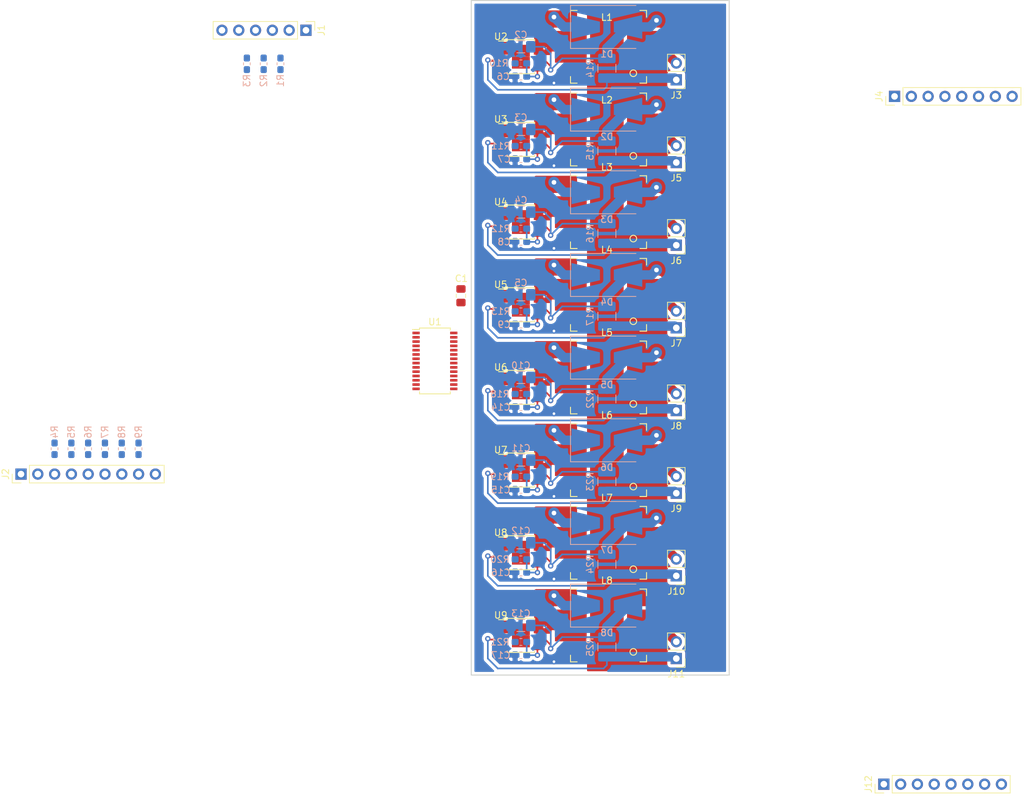
<source format=kicad_pcb>
(kicad_pcb (version 20171130) (host pcbnew "(5.0.2)-1")
  (layers (0 F.Cu signal) (31 B.Cu signal) (34 B.Paste user) (35 F.Paste user) (36 B.SilkS user) (37 F.SilkS user) (38 B.Mask user) (39 F.Mask user) (44 Edge.Cuts user))
  (net 0 "")
  (net 1 VDD)
  (net 2 VSS)
  (net 3 GND)
  (net 4 +48V)
  (net 5 "Net-(C6-Pad1)")
  (net 6 "Net-(C7-Pad1)")
  (net 7 "Net-(C8-Pad1)")
  (net 8 "Net-(C9-Pad1)")
  (net 9 "Net-(C14-Pad1)")
  (net 10 "Net-(C15-Pad1)")
  (net 11 "Net-(C16-Pad1)")
  (net 12 "Net-(C17-Pad1)")
  (net 13 /SW_0)
  (net 14 /SW_1)
  (net 15 /SW_2)
  (net 16 /SW_3)
  (net 17 /SW_4)
  (net 18 /SW_5)
  (net 19 /SW_6)
  (net 20 /SW_7)
  (net 21 /SCL)
  (net 22 /CDA)
  (net 23 /Ground-On)
  (net 24 /CLK)
  (net 25 /A0)
  (net 26 /A1)
  (net 27 /A2)
  (net 28 /A3)
  (net 29 /A4)
  (net 30 /A5)
  (net 31 /Led_0-)
  (net 32 /Set_0)
  (net 33 /Set_1)
  (net 34 /Led_1-)
  (net 35 /Set_2)
  (net 36 /Led_2-)
  (net 37 /Led_3-)
  (net 38 /Set_3)
  (net 39 /Led_4-)
  (net 40 /Set_4)
  (net 41 /Set_5)
  (net 42 /Led_5-)
  (net 43 /Set_6)
  (net 44 /Led_6-)
  (net 45 /Led_7-)
  (net 46 /Set_7)
  (net 47 /PWM_0)
  (net 48 /PWM_1)
  (net 49 /PWM_2)
  (net 50 /PWM_3)
  (net 51 /PWM_4)
  (net 52 /PWM_5)
  (net 53 /PWM_6)
  (net 54 /PWM_7)
  (net 55 "Net-(U1-Pad15)")
  (net 56 "Net-(U1-Pad16)")
  (net 57 "Net-(U1-Pad17)")
  (net 58 "Net-(U1-Pad18)")
  (net 59 "Net-(U1-Pad19)")
  (net 60 "Net-(U1-Pad20)")
  (net 61 "Net-(U1-Pad21)")
  (net 62 "Net-(U1-Pad22)")
  (net 63 "Net-(U2-Pad4)")
  (net 64 "Net-(U3-Pad4)")
  (net 65 "Net-(U4-Pad4)")
  (net 66 "Net-(U5-Pad4)")
  (net 67 "Net-(U6-Pad4)")
  (net 68 "Net-(U7-Pad4)")
  (net 69 "Net-(U8-Pad4)")
  (net 70 "Net-(U9-Pad4)")
  (module my_lib:Package_2-smd_10.7x10mm (layer F.Cu) (at 116 20)
    (fp_text reference L1 (at 0 -4.445) (layer F.SilkS))
    (fp_text value 82uH)
    (pad 2 smd rect (at 5.45 0) (size 4.8 4.8) (layers F.Cu F.Paste F.Mask) (net 31 /Led_0-))
    (pad 1 smd rect (at -5.45 0) (size 4.8 4.8) (layers F.Cu F.Paste F.Mask) (net 13 /SW_0))
  )
  (module my_lib:Package_2-smd_10.7x10mm (layer F.Cu) (at 116 32.5)
    (fp_text reference L2 (at 0 -4.445) (layer F.SilkS))
    (fp_text value 82uH)
    (pad 2 smd rect (at 5.45 0) (size 4.8 4.8) (layers F.Cu F.Paste F.Mask) (net 34 /Led_1-))
    (pad 1 smd rect (at -5.45 0) (size 4.8 4.8) (layers F.Cu F.Paste F.Mask) (net 14 /SW_1))
  )
  (module my_lib:Package_2-smd_10.7x10mm (layer F.Cu) (at 116 45)
    (fp_text reference L3 (at 0 -6.8) (layer F.SilkS))
    (fp_text value 82uH)
    (pad 2 smd rect (at 5.45 0) (size 4.8 4.8) (layers F.Cu F.Paste F.Mask) (net 36 /Led_2-))
    (pad 1 smd rect (at -5.45 0) (size 4.8 4.8) (layers F.Cu F.Paste F.Mask) (net 15 /SW_2))
  )
  (module my_lib:Package_2-smd_10.7x10mm (layer F.Cu) (at 116 57.5)
    (fp_text reference L4 (at 0 -6.8) (layer F.SilkS))
    (fp_text value 82uH)
    (pad 2 smd rect (at 5.45 0) (size 4.8 4.8) (layers F.Cu F.Paste F.Mask) (net 37 /Led_3-))
    (pad 1 smd rect (at -5.45 0) (size 4.8 4.8) (layers F.Cu F.Paste F.Mask) (net 16 /SW_3))
  )
  (module my_lib:Package_2-smd_10.7x10mm (layer F.Cu) (at 116 70)
    (fp_text reference L5 (at 0 -6.8) (layer F.SilkS))
    (fp_text value 82uH)
    (pad 2 smd rect (at 5.45 0) (size 4.8 4.8) (layers F.Cu F.Paste F.Mask) (net 39 /Led_4-))
    (pad 1 smd rect (at -5.45 0) (size 4.8 4.8) (layers F.Cu F.Paste F.Mask) (net 17 /SW_4))
  )
  (module my_lib:Package_2-smd_10.7x10mm (layer F.Cu) (at 116 82.5)
    (fp_text reference L6 (at 0 -6.8) (layer F.SilkS))
    (fp_text value 82uH)
    (pad 2 smd rect (at 5.45 0) (size 4.8 4.8) (layers F.Cu F.Paste F.Mask) (net 42 /Led_5-))
    (pad 1 smd rect (at -5.45 0) (size 4.8 4.8) (layers F.Cu F.Paste F.Mask) (net 18 /SW_5))
  )
  (module my_lib:Package_2-smd_10.7x10mm (layer F.Cu) (at 116 95)
    (fp_text reference L7 (at 0 -6.8) (layer F.SilkS))
    (fp_text value 82uH)
    (pad 2 smd rect (at 5.45 0) (size 4.8 4.8) (layers F.Cu F.Paste F.Mask) (net 44 /Led_6-))
    (pad 1 smd rect (at -5.45 0) (size 4.8 4.8) (layers F.Cu F.Paste F.Mask) (net 19 /SW_6))
  )
  (module my_lib:Package_2-smd_10.7x10mm (layer F.Cu) (at 116 107.5)
    (fp_text reference L8 (at 0 -6.8) (layer F.SilkS))
    (fp_text value 82uH)
    (pad 2 smd rect (at 5.45 0) (size 4.8 4.8) (layers F.Cu F.Paste F.Mask) (net 45 /Led_7-))
    (pad 1 smd rect (at -5.45 0) (size 4.8 4.8) (layers F.Cu F.Paste F.Mask) (net 20 /SW_7))
  )
  (module Capacitor_SMD:C_0805_2012Metric_Pad1.15x1.40mm_HandSolder (layer F.Cu) (at 93.9375 57.644 90)
    (fp_text reference C1 (at 2.6035 0.0635 180) (layer F.SilkS))
    (fp_text value 10u)
    (pad 1 smd roundrect (at -1.025 0 90) (size 1.15 1.4) (layers F.Cu F.Paste F.Mask) (roundrect_rratio 0.217391) (net 1 VDD))
    (pad 2 smd roundrect (at 1.025 0 90) (size 1.15 1.4) (layers F.Cu F.Paste F.Mask) (roundrect_rratio 0.217391) (net 2 VSS))
  )
  (module Capacitor_SMD:C_1206_3216Metric_Pad1.42x1.75mm_HandSolder (layer B.Cu) (at 103 20 180)
    (fp_text reference C2 (at 0 1.82 180) (layer B.SilkS) (effects (justify mirror)))
    (fp_text value 10u)
    (pad 2 smd roundrect (at 1.4875 0 180) (size 1.425 1.75) (layers B.Cu B.Paste B.Mask) (roundrect_rratio 0.175439) (net 3 GND))
    (pad 1 smd roundrect (at -1.4875 0 180) (size 1.425 1.75) (layers B.Cu B.Paste B.Mask) (roundrect_rratio 0.175439) (net 4 +48V))
  )
  (module Capacitor_SMD:C_1206_3216Metric_Pad1.42x1.75mm_HandSolder (layer B.Cu) (at 103 32.5 180)
    (fp_text reference C3 (at 0 1.82 180) (layer B.SilkS) (effects (justify mirror)))
    (fp_text value 10u)
    (pad 1 smd roundrect (at -1.4875 0 180) (size 1.425 1.75) (layers B.Cu B.Paste B.Mask) (roundrect_rratio 0.175439) (net 4 +48V))
    (pad 2 smd roundrect (at 1.4875 0 180) (size 1.425 1.75) (layers B.Cu B.Paste B.Mask) (roundrect_rratio 0.175439) (net 3 GND))
  )
  (module Capacitor_SMD:C_1206_3216Metric_Pad1.42x1.75mm_HandSolder (layer B.Cu) (at 103 45 180)
    (fp_text reference C4 (at 0 1.82 180) (layer B.SilkS) (effects (justify mirror)))
    (fp_text value 10u)
    (pad 2 smd roundrect (at 1.4875 0 180) (size 1.425 1.75) (layers B.Cu B.Paste B.Mask) (roundrect_rratio 0.175439) (net 3 GND))
    (pad 1 smd roundrect (at -1.4875 0 180) (size 1.425 1.75) (layers B.Cu B.Paste B.Mask) (roundrect_rratio 0.175439) (net 4 +48V))
  )
  (module Capacitor_SMD:C_1206_3216Metric_Pad1.42x1.75mm_HandSolder (layer B.Cu) (at 103 57.5 180)
    (fp_text reference C5 (at 0 1.82 180) (layer B.SilkS) (effects (justify mirror)))
    (fp_text value 10u)
    (pad 1 smd roundrect (at -1.4875 0 180) (size 1.425 1.75) (layers B.Cu B.Paste B.Mask) (roundrect_rratio 0.175439) (net 4 +48V))
    (pad 2 smd roundrect (at 1.4875 0 180) (size 1.425 1.75) (layers B.Cu B.Paste B.Mask) (roundrect_rratio 0.175439) (net 3 GND))
  )
  (module Capacitor_SMD:C_0603_1608Metric_Pad1.05x0.95mm_HandSolder (layer B.Cu) (at 103 24.5 180)
    (fp_text reference C6 (at 2.685 0 180) (layer B.SilkS) (effects (justify mirror)))
    (fp_text value 0.33u)
    (pad 2 smd roundrect (at 0.875 0 180) (size 1.05 0.95) (layers B.Cu B.Paste B.Mask) (net 3 GND))
    (pad 1 smd roundrect (at -0.875 0 180) (size 1.05 0.95) (layers B.Cu B.Paste B.Mask) (net 5 "Net-(C6-Pad1)"))
  )
  (module Capacitor_SMD:C_0603_1608Metric_Pad1.05x0.95mm_HandSolder (layer B.Cu) (at 103 37 180)
    (fp_text reference C7 (at 2.54 0 180) (layer B.SilkS) (effects (justify mirror)))
    (fp_text value 0.33u)
    (pad 1 smd roundrect (at -0.875 0 180) (size 1.05 0.95) (layers B.Cu B.Paste B.Mask) (net 6 "Net-(C7-Pad1)"))
    (pad 2 smd roundrect (at 0.875 0 180) (size 1.05 0.95) (layers B.Cu B.Paste B.Mask) (net 3 GND))
  )
  (module Capacitor_SMD:C_0603_1608Metric_Pad1.05x0.95mm_HandSolder (layer B.Cu) (at 103 49.5 180)
    (fp_text reference C8 (at 2.54 0 180) (layer B.SilkS) (effects (justify mirror)))
    (fp_text value 0.33u)
    (pad 2 smd roundrect (at 0.875 0 180) (size 1.05 0.95) (layers B.Cu B.Paste B.Mask) (net 3 GND))
    (pad 1 smd roundrect (at -0.875 0 180) (size 1.05 0.95) (layers B.Cu B.Paste B.Mask) (net 7 "Net-(C8-Pad1)"))
  )
  (module Capacitor_SMD:C_0603_1608Metric_Pad1.05x0.95mm_HandSolder (layer B.Cu) (at 103 62 180)
    (fp_text reference C9 (at 2.54 0 180) (layer B.SilkS) (effects (justify mirror)))
    (fp_text value 0.33u)
    (pad 1 smd roundrect (at -0.875 0 180) (size 1.05 0.95) (layers B.Cu B.Paste B.Mask) (net 8 "Net-(C9-Pad1)"))
    (pad 2 smd roundrect (at 0.875 0 180) (size 1.05 0.95) (layers B.Cu B.Paste B.Mask) (net 3 GND))
  )
  (module Capacitor_SMD:C_1206_3216Metric_Pad1.42x1.75mm_HandSolder (layer B.Cu) (at 103 70 180)
    (fp_text reference C10 (at 0 1.82 180) (layer B.SilkS) (effects (justify mirror)))
    (fp_text value 10u)
    (pad 2 smd roundrect (at 1.4875 0 180) (size 1.425 1.75) (layers B.Cu B.Paste B.Mask) (roundrect_rratio 0.175439) (net 3 GND))
    (pad 1 smd roundrect (at -1.4875 0 180) (size 1.425 1.75) (layers B.Cu B.Paste B.Mask) (roundrect_rratio 0.175439) (net 4 +48V))
  )
  (module Capacitor_SMD:C_1206_3216Metric_Pad1.42x1.75mm_HandSolder (layer B.Cu) (at 103 82.5 180)
    (fp_text reference C11 (at 0 1.82 180) (layer B.SilkS) (effects (justify mirror)))
    (fp_text value 10u)
    (pad 1 smd roundrect (at -1.4875 0 180) (size 1.425 1.75) (layers B.Cu B.Paste B.Mask) (roundrect_rratio 0.175439) (net 4 +48V))
    (pad 2 smd roundrect (at 1.4875 0 180) (size 1.425 1.75) (layers B.Cu B.Paste B.Mask) (roundrect_rratio 0.175439) (net 3 GND))
  )
  (module Capacitor_SMD:C_1206_3216Metric_Pad1.42x1.75mm_HandSolder (layer B.Cu) (at 103 95 180)
    (fp_text reference C12 (at 0 1.82 180) (layer B.SilkS) (effects (justify mirror)))
    (fp_text value 10u)
    (pad 2 smd roundrect (at 1.4875 0 180) (size 1.425 1.75) (layers B.Cu B.Paste B.Mask) (roundrect_rratio 0.175439) (net 3 GND))
    (pad 1 smd roundrect (at -1.4875 0 180) (size 1.425 1.75) (layers B.Cu B.Paste B.Mask) (roundrect_rratio 0.175439) (net 4 +48V))
  )
  (module Capacitor_SMD:C_1206_3216Metric_Pad1.42x1.75mm_HandSolder (layer B.Cu) (at 103 107.5 180)
    (fp_text reference C13 (at 0 1.82 180) (layer B.SilkS) (effects (justify mirror)))
    (fp_text value 10u)
    (pad 1 smd roundrect (at -1.4875 0 180) (size 1.425 1.75) (layers B.Cu B.Paste B.Mask) (roundrect_rratio 0.175439) (net 4 +48V))
    (pad 2 smd roundrect (at 1.4875 0 180) (size 1.425 1.75) (layers B.Cu B.Paste B.Mask) (roundrect_rratio 0.175439) (net 3 GND))
  )
  (module Capacitor_SMD:C_0603_1608Metric_Pad1.05x0.95mm_HandSolder (layer B.Cu) (at 103 74.5 180)
    (fp_text reference C14 (at 3.048 0 180) (layer B.SilkS) (effects (justify mirror)))
    (fp_text value 0.33u)
    (pad 2 smd roundrect (at 0.875 0 180) (size 1.05 0.95) (layers B.Cu B.Paste B.Mask) (net 3 GND))
    (pad 1 smd roundrect (at -0.875 0 180) (size 1.05 0.95) (layers B.Cu B.Paste B.Mask) (net 9 "Net-(C14-Pad1)"))
  )
  (module Capacitor_SMD:C_0603_1608Metric_Pad1.05x0.95mm_HandSolder (layer B.Cu) (at 103 87 180)
    (fp_text reference C15 (at 3.048 0 180) (layer B.SilkS) (effects (justify mirror)))
    (fp_text value 0.33u)
    (pad 1 smd roundrect (at -0.875 0 180) (size 1.05 0.95) (layers B.Cu B.Paste B.Mask) (net 10 "Net-(C15-Pad1)"))
    (pad 2 smd roundrect (at 0.875 0 180) (size 1.05 0.95) (layers B.Cu B.Paste B.Mask) (net 3 GND))
  )
  (module Capacitor_SMD:C_0603_1608Metric_Pad1.05x0.95mm_HandSolder (layer B.Cu) (at 103 99.5 180)
    (fp_text reference C16 (at 3.048 0 180) (layer B.SilkS) (effects (justify mirror)))
    (fp_text value 0.33u)
    (pad 2 smd roundrect (at 0.875 0 180) (size 1.05 0.95) (layers B.Cu B.Paste B.Mask) (net 3 GND))
    (pad 1 smd roundrect (at -0.875 0 180) (size 1.05 0.95) (layers B.Cu B.Paste B.Mask) (net 11 "Net-(C16-Pad1)"))
  )
  (module Capacitor_SMD:C_0603_1608Metric_Pad1.05x0.95mm_HandSolder (layer B.Cu) (at 103 112 180)
    (fp_text reference C17 (at 3.048 0 180) (layer B.SilkS) (effects (justify mirror)))
    (fp_text value 0.33u)
    (pad 1 smd roundrect (at -0.875 0 180) (size 1.05 0.95) (layers B.Cu B.Paste B.Mask) (net 12 "Net-(C17-Pad1)"))
    (pad 2 smd roundrect (at 0.875 0 180) (size 1.05 0.95) (layers B.Cu B.Paste B.Mask) (net 3 GND))
  )
  (module Diode_SMD:D_SMB-SMC_Universal_Handsoldering (layer B.Cu) (at 116 17)
    (fp_text reference D1 (at 0 4.1) (layer B.SilkS) (effects (justify mirror)))
    (fp_text value DIODE)
    (pad 1 smd trapezoid (at -3.2 0) (size 4.3 2.6) (rect_delta 1 0) (layers B.Cu B.Paste B.Mask) (net 13 /SW_0))
    (pad 2 smd trapezoid (at 3.2 0 180) (size 4.3 2.6) (rect_delta 1 0) (layers B.Cu B.Paste B.Mask) (net 4 +48V))
  )
  (module Diode_SMD:D_SMB-SMC_Universal_Handsoldering (layer B.Cu) (at 116 29.5)
    (fp_text reference D2 (at 0 4.1) (layer B.SilkS) (effects (justify mirror)))
    (fp_text value DIODE)
    (pad 2 smd trapezoid (at 3.2 0 180) (size 4.3 2.6) (rect_delta 1 0) (layers B.Cu B.Paste B.Mask) (net 4 +48V))
    (pad 1 smd trapezoid (at -3.2 0) (size 4.3 2.6) (rect_delta 1 0) (layers B.Cu B.Paste B.Mask) (net 14 /SW_1))
  )
  (module Diode_SMD:D_SMB-SMC_Universal_Handsoldering (layer B.Cu) (at 116 42)
    (fp_text reference D3 (at 0 4.1) (layer B.SilkS) (effects (justify mirror)))
    (fp_text value DIODE)
    (pad 1 smd trapezoid (at -3.2 0) (size 4.3 2.6) (rect_delta 1 0) (layers B.Cu B.Paste B.Mask) (net 15 /SW_2))
    (pad 2 smd trapezoid (at 3.2 0 180) (size 4.3 2.6) (rect_delta 1 0) (layers B.Cu B.Paste B.Mask) (net 4 +48V))
  )
  (module Diode_SMD:D_SMB-SMC_Universal_Handsoldering (layer B.Cu) (at 116 54.5)
    (fp_text reference D4 (at 0 4.1) (layer B.SilkS) (effects (justify mirror)))
    (fp_text value DIODE)
    (pad 1 smd trapezoid (at -3.2 0) (size 4.3 2.6) (rect_delta 1 0) (layers B.Cu B.Paste B.Mask) (net 16 /SW_3))
    (pad 2 smd trapezoid (at 3.2 0 180) (size 4.3 2.6) (rect_delta 1 0) (layers B.Cu B.Paste B.Mask) (net 4 +48V))
  )
  (module Diode_SMD:D_SMB-SMC_Universal_Handsoldering (layer B.Cu) (at 116 67)
    (fp_text reference D5 (at 0 4.1) (layer B.SilkS) (effects (justify mirror)))
    (fp_text value DIODE)
    (pad 2 smd trapezoid (at 3.2 0 180) (size 4.3 2.6) (rect_delta 1 0) (layers B.Cu B.Paste B.Mask) (net 4 +48V))
    (pad 1 smd trapezoid (at -3.2 0) (size 4.3 2.6) (rect_delta 1 0) (layers B.Cu B.Paste B.Mask) (net 17 /SW_4))
  )
  (module Diode_SMD:D_SMB-SMC_Universal_Handsoldering (layer B.Cu) (at 116 79.5)
    (fp_text reference D6 (at 0 4.1) (layer B.SilkS) (effects (justify mirror)))
    (fp_text value DIODE)
    (pad 1 smd trapezoid (at -3.2 0) (size 4.3 2.6) (rect_delta 1 0) (layers B.Cu B.Paste B.Mask) (net 18 /SW_5))
    (pad 2 smd trapezoid (at 3.2 0 180) (size 4.3 2.6) (rect_delta 1 0) (layers B.Cu B.Paste B.Mask) (net 4 +48V))
  )
  (module Diode_SMD:D_SMB-SMC_Universal_Handsoldering (layer B.Cu) (at 116 92)
    (fp_text reference D7 (at 0 4.1) (layer B.SilkS) (effects (justify mirror)))
    (fp_text value DIODE)
    (pad 2 smd trapezoid (at 3.2 0 180) (size 4.3 2.6) (rect_delta 1 0) (layers B.Cu B.Paste B.Mask) (net 4 +48V))
    (pad 1 smd trapezoid (at -3.2 0) (size 4.3 2.6) (rect_delta 1 0) (layers B.Cu B.Paste B.Mask) (net 19 /SW_6))
  )
  (module Diode_SMD:D_SMB-SMC_Universal_Handsoldering (layer B.Cu) (at 116 104.5)
    (fp_text reference D8 (at 0 4.1) (layer B.SilkS) (effects (justify mirror)))
    (fp_text value DIODE)
    (pad 2 smd trapezoid (at 3.2 0 180) (size 4.3 2.6) (rect_delta 1 0) (layers B.Cu B.Paste B.Mask) (net 4 +48V))
    (pad 1 smd trapezoid (at -3.2 0) (size 4.3 2.6) (rect_delta 1 0) (layers B.Cu B.Paste B.Mask) (net 20 /SW_7))
  )
  (module Connector_PinHeader_2.54mm:PinHeader_1x06_P2.54mm_Vertical (layer F.Cu) (at 70.5 17.5 270)
    (fp_text reference J1 (at 0 -2.33 270) (layer F.SilkS))
    (fp_text value Conn_01x06_Male)
    (pad 1 thru_hole rect (at 0 0 270) (size 1.7 1.7) (drill 1) (layers *.Cu *.Mask) (net 1 VDD))
    (pad 2 thru_hole oval (at 0 2.54 270) (size 1.7 1.7) (drill 1) (layers *.Cu *.Mask) (net 21 /SCL))
    (pad 3 thru_hole oval (at 0 5.08 270) (size 1.7 1.7) (drill 1) (layers *.Cu *.Mask) (net 22 /CDA))
    (pad 4 thru_hole oval (at 0 7.62 270) (size 1.7 1.7) (drill 1) (layers *.Cu *.Mask) (net 23 /Ground-On))
    (pad 5 thru_hole oval (at 0 10.16 270) (size 1.7 1.7) (drill 1) (layers *.Cu *.Mask) (net 24 /CLK))
    (pad 6 thru_hole oval (at 0 12.7 270) (size 1.7 1.7) (drill 1) (layers *.Cu *.Mask) (net 2 VSS))
  )
  (module Connector_PinHeader_2.54mm:PinHeader_1x09_P2.54mm_Vertical (layer F.Cu) (at 27.414 84.611 90)
    (fp_text reference J2 (at 0 -2.33 90) (layer F.SilkS))
    (fp_text value Conn_01x09_Male)
    (pad 1 thru_hole rect (at 0 0 90) (size 1.7 1.7) (drill 1) (layers *.Cu *.Mask) (net 1 VDD))
    (pad 2 thru_hole oval (at 0 2.54 90) (size 1.7 1.7) (drill 1) (layers *.Cu *.Mask) (net 24 /CLK))
    (pad 3 thru_hole oval (at 0 5.08 90) (size 1.7 1.7) (drill 1) (layers *.Cu *.Mask) (net 25 /A0))
    (pad 4 thru_hole oval (at 0 7.62 90) (size 1.7 1.7) (drill 1) (layers *.Cu *.Mask) (net 26 /A1))
    (pad 5 thru_hole oval (at 0 10.16 90) (size 1.7 1.7) (drill 1) (layers *.Cu *.Mask) (net 27 /A2))
    (pad 6 thru_hole oval (at 0 12.7 90) (size 1.7 1.7) (drill 1) (layers *.Cu *.Mask) (net 28 /A3))
    (pad 7 thru_hole oval (at 0 15.24 90) (size 1.7 1.7) (drill 1) (layers *.Cu *.Mask) (net 29 /A4))
    (pad 8 thru_hole oval (at 0 17.78 90) (size 1.7 1.7) (drill 1) (layers *.Cu *.Mask) (net 30 /A5))
    (pad 9 thru_hole oval (at 0 20.32 90) (size 1.7 1.7) (drill 1) (layers *.Cu *.Mask) (net 2 VSS))
  )
  (module Connector_PinHeader_2.54mm:PinHeader_1x02_P2.54mm_Vertical (layer F.Cu) (at 126.5 25 180)
    (fp_text reference J3 (at 0 -2.33 180) (layer F.SilkS))
    (fp_text value Conn_01x02_Male)
    (pad 2 thru_hole oval (at 0 2.54 180) (size 1.7 1.7) (drill 1) (layers *.Cu *.Mask) (net 31 /Led_0-))
    (pad 1 thru_hole rect (at 0 0 180) (size 1.7 1.7) (drill 1) (layers *.Cu *.Mask) (net 32 /Set_0))
  )
  (module Connector_PinHeader_2.54mm:PinHeader_1x08_P2.54mm_Vertical (layer F.Cu) (at 159.5 27.5 90)
    (fp_text reference J4 (at 0 -2.33 90) (layer F.SilkS))
    (fp_text value Conn_01x08_Male)
    (pad 1 thru_hole rect (at 0 0 90) (size 1.7 1.7) (drill 1) (layers *.Cu *.Mask) (net 4 +48V))
    (pad 2 thru_hole oval (at 0 2.54 90) (size 1.7 1.7) (drill 1) (layers *.Cu *.Mask) (net 4 +48V))
    (pad 3 thru_hole oval (at 0 5.08 90) (size 1.7 1.7) (drill 1) (layers *.Cu *.Mask) (net 4 +48V))
    (pad 4 thru_hole oval (at 0 7.62 90) (size 1.7 1.7) (drill 1) (layers *.Cu *.Mask) (net 4 +48V))
    (pad 5 thru_hole oval (at 0 10.16 90) (size 1.7 1.7) (drill 1) (layers *.Cu *.Mask) (net 3 GND))
    (pad 6 thru_hole oval (at 0 12.7 90) (size 1.7 1.7) (drill 1) (layers *.Cu *.Mask) (net 3 GND))
    (pad 7 thru_hole oval (at 0 15.24 90) (size 1.7 1.7) (drill 1) (layers *.Cu *.Mask) (net 3 GND))
    (pad 8 thru_hole oval (at 0 17.78 90) (size 1.7 1.7) (drill 1) (layers *.Cu *.Mask) (net 3 GND))
  )
  (module Connector_PinHeader_2.54mm:PinHeader_1x02_P2.54mm_Vertical (layer F.Cu) (at 126.5 37.5 180)
    (fp_text reference J5 (at 0 -2.33 180) (layer F.SilkS))
    (fp_text value Conn_01x02_Male)
    (pad 1 thru_hole rect (at 0 0 180) (size 1.7 1.7) (drill 1) (layers *.Cu *.Mask) (net 33 /Set_1))
    (pad 2 thru_hole oval (at 0 2.54 180) (size 1.7 1.7) (drill 1) (layers *.Cu *.Mask) (net 34 /Led_1-))
  )
  (module Connector_PinHeader_2.54mm:PinHeader_1x02_P2.54mm_Vertical (layer F.Cu) (at 126.5 50 180)
    (fp_text reference J6 (at 0 -2.33 180) (layer F.SilkS))
    (fp_text value Conn_01x02_Male)
    (pad 1 thru_hole rect (at 0 0 180) (size 1.7 1.7) (drill 1) (layers *.Cu *.Mask) (net 35 /Set_2))
    (pad 2 thru_hole oval (at 0 2.54 180) (size 1.7 1.7) (drill 1) (layers *.Cu *.Mask) (net 36 /Led_2-))
  )
  (module Connector_PinHeader_2.54mm:PinHeader_1x02_P2.54mm_Vertical (layer F.Cu) (at 126.5 62.5 180)
    (fp_text reference J7 (at 0 -2.33 180) (layer F.SilkS))
    (fp_text value Conn_01x02_Male)
    (pad 2 thru_hole oval (at 0 2.54 180) (size 1.7 1.7) (drill 1) (layers *.Cu *.Mask) (net 37 /Led_3-))
    (pad 1 thru_hole rect (at 0 0 180) (size 1.7 1.7) (drill 1) (layers *.Cu *.Mask) (net 38 /Set_3))
  )
  (module Connector_PinHeader_2.54mm:PinHeader_1x02_P2.54mm_Vertical (layer F.Cu) (at 126.5 75 180)
    (fp_text reference J8 (at 0 -2.33 180) (layer F.SilkS))
    (fp_text value Conn_01x02_Male)
    (pad 2 thru_hole oval (at 0 2.54 180) (size 1.7 1.7) (drill 1) (layers *.Cu *.Mask) (net 39 /Led_4-))
    (pad 1 thru_hole rect (at 0 0 180) (size 1.7 1.7) (drill 1) (layers *.Cu *.Mask) (net 40 /Set_4))
  )
  (module Connector_PinHeader_2.54mm:PinHeader_1x02_P2.54mm_Vertical (layer F.Cu) (at 126.5 87.5 180)
    (fp_text reference J9 (at 0 -2.33 180) (layer F.SilkS))
    (fp_text value Conn_01x02_Male)
    (pad 1 thru_hole rect (at 0 0 180) (size 1.7 1.7) (drill 1) (layers *.Cu *.Mask) (net 41 /Set_5))
    (pad 2 thru_hole oval (at 0 2.54 180) (size 1.7 1.7) (drill 1) (layers *.Cu *.Mask) (net 42 /Led_5-))
  )
  (module Connector_PinHeader_2.54mm:PinHeader_1x02_P2.54mm_Vertical (layer F.Cu) (at 126.5 100 180)
    (fp_text reference J10 (at 0 -2.33 180) (layer F.SilkS))
    (fp_text value Conn_01x02_Male)
    (pad 1 thru_hole rect (at 0 0 180) (size 1.7 1.7) (drill 1) (layers *.Cu *.Mask) (net 43 /Set_6))
    (pad 2 thru_hole oval (at 0 2.54 180) (size 1.7 1.7) (drill 1) (layers *.Cu *.Mask) (net 44 /Led_6-))
  )
  (module Connector_PinHeader_2.54mm:PinHeader_1x02_P2.54mm_Vertical (layer F.Cu) (at 126.5 112.5 180)
    (fp_text reference J11 (at 0 -2.33 180) (layer F.SilkS))
    (fp_text value Conn_01x02_Male)
    (pad 2 thru_hole oval (at 0 2.54 180) (size 1.7 1.7) (drill 1) (layers *.Cu *.Mask) (net 45 /Led_7-))
    (pad 1 thru_hole rect (at 0 0 180) (size 1.7 1.7) (drill 1) (layers *.Cu *.Mask) (net 46 /Set_7))
  )
  (module Connector_PinHeader_2.54mm:PinHeader_1x08_P2.54mm_Vertical (layer F.Cu) (at 157.88 131.5 90)
    (fp_text reference J12 (at 0 -2.33 90) (layer F.SilkS))
    (fp_text value Conn_01x08_Male)
    (pad 8 thru_hole oval (at 0 17.78 90) (size 1.7 1.7) (drill 1) (layers *.Cu *.Mask) (net 3 GND))
    (pad 7 thru_hole oval (at 0 15.24 90) (size 1.7 1.7) (drill 1) (layers *.Cu *.Mask) (net 3 GND))
    (pad 6 thru_hole oval (at 0 12.7 90) (size 1.7 1.7) (drill 1) (layers *.Cu *.Mask) (net 3 GND))
    (pad 5 thru_hole oval (at 0 10.16 90) (size 1.7 1.7) (drill 1) (layers *.Cu *.Mask) (net 3 GND))
    (pad 4 thru_hole oval (at 0 7.62 90) (size 1.7 1.7) (drill 1) (layers *.Cu *.Mask) (net 4 +48V))
    (pad 3 thru_hole oval (at 0 5.08 90) (size 1.7 1.7) (drill 1) (layers *.Cu *.Mask) (net 4 +48V))
    (pad 2 thru_hole oval (at 0 2.54 90) (size 1.7 1.7) (drill 1) (layers *.Cu *.Mask) (net 4 +48V))
    (pad 1 thru_hole rect (at 0 0 90) (size 1.7 1.7) (drill 1) (layers *.Cu *.Mask) (net 4 +48V))
  )
  (module Resistor_SMD:R_0603_1608Metric_Pad1.05x0.95mm_HandSolder (layer B.Cu) (at 66.645 22.575 90)
    (fp_text reference R1 (at -2.54 0 90) (layer B.SilkS) (effects (justify mirror)))
    (fp_text value 10k)
    (pad 1 smd roundrect (at -0.875 0 90) (size 1.05 0.95) (layers B.Cu B.Paste B.Mask) (net 1 VDD))
    (pad 2 smd roundrect (at 0.875 0 90) (size 1.05 0.95) (layers B.Cu B.Paste B.Mask) (net 21 /SCL))
  )
  (module Resistor_SMD:R_0603_1608Metric_Pad1.05x0.95mm_HandSolder (layer B.Cu) (at 64.105 22.575 90)
    (fp_text reference R2 (at -2.54 0 90) (layer B.SilkS) (effects (justify mirror)))
    (fp_text value 10k)
    (pad 1 smd roundrect (at -0.875 0 90) (size 1.05 0.95) (layers B.Cu B.Paste B.Mask) (net 1 VDD))
    (pad 2 smd roundrect (at 0.875 0 90) (size 1.05 0.95) (layers B.Cu B.Paste B.Mask) (net 22 /CDA))
  )
  (module Resistor_SMD:R_0603_1608Metric_Pad1.05x0.95mm_HandSolder (layer B.Cu) (at 61.565 22.575 90)
    (fp_text reference R3 (at -2.54 0 90) (layer B.SilkS) (effects (justify mirror)))
    (fp_text value 10k)
    (pad 2 smd roundrect (at 0.875 0 90) (size 1.05 0.95) (layers B.Cu B.Paste B.Mask) (net 23 /Ground-On))
    (pad 1 smd roundrect (at -0.875 0 90) (size 1.05 0.95) (layers B.Cu B.Paste B.Mask) (net 1 VDD))
  )
  (module Resistor_SMD:R_0603_1608Metric_Pad1.05x0.95mm_HandSolder (layer B.Cu) (at 32.485 80.785 90)
    (fp_text reference R4 (at 2.54 0 90) (layer B.SilkS) (effects (justify mirror)))
    (fp_text value 10k)
    (pad 2 smd roundrect (at 0.875 0 90) (size 1.05 0.95) (layers B.Cu B.Paste B.Mask) (net 2 VSS))
    (pad 1 smd roundrect (at -0.875 0 90) (size 1.05 0.95) (layers B.Cu B.Paste B.Mask) (net 25 /A0))
  )
  (module Resistor_SMD:R_0603_1608Metric_Pad1.05x0.95mm_HandSolder (layer B.Cu) (at 35.025 80.785 90)
    (fp_text reference R5 (at 2.54 0 90) (layer B.SilkS) (effects (justify mirror)))
    (fp_text value 10k)
    (pad 1 smd roundrect (at -0.875 0 90) (size 1.05 0.95) (layers B.Cu B.Paste B.Mask) (net 26 /A1))
    (pad 2 smd roundrect (at 0.875 0 90) (size 1.05 0.95) (layers B.Cu B.Paste B.Mask) (net 2 VSS))
  )
  (module Resistor_SMD:R_0603_1608Metric_Pad1.05x0.95mm_HandSolder (layer B.Cu) (at 37.565 80.785 90)
    (fp_text reference R6 (at 2.54 0 90) (layer B.SilkS) (effects (justify mirror)))
    (fp_text value 10k)
    (pad 2 smd roundrect (at 0.875 0 90) (size 1.05 0.95) (layers B.Cu B.Paste B.Mask) (net 2 VSS))
    (pad 1 smd roundrect (at -0.875 0 90) (size 1.05 0.95) (layers B.Cu B.Paste B.Mask) (net 27 /A2))
  )
  (module Resistor_SMD:R_0603_1608Metric_Pad1.05x0.95mm_HandSolder (layer B.Cu) (at 40.105 80.785 90)
    (fp_text reference R7 (at 2.54 0 90) (layer B.SilkS) (effects (justify mirror)))
    (fp_text value 10k)
    (pad 1 smd roundrect (at -0.875 0 90) (size 1.05 0.95) (layers B.Cu B.Paste B.Mask) (net 28 /A3))
    (pad 2 smd roundrect (at 0.875 0 90) (size 1.05 0.95) (layers B.Cu B.Paste B.Mask) (net 2 VSS))
  )
  (module Resistor_SMD:R_0603_1608Metric_Pad1.05x0.95mm_HandSolder (layer B.Cu) (at 42.645 80.785 90)
    (fp_text reference R8 (at 2.54 0 90) (layer B.SilkS) (effects (justify mirror)))
    (fp_text value 10k)
    (pad 2 smd roundrect (at 0.875 0 90) (size 1.05 0.95) (layers B.Cu B.Paste B.Mask) (net 2 VSS))
    (pad 1 smd roundrect (at -0.875 0 90) (size 1.05 0.95) (layers B.Cu B.Paste B.Mask) (net 29 /A4))
  )
  (module Resistor_SMD:R_0603_1608Metric_Pad1.05x0.95mm_HandSolder (layer B.Cu) (at 45.185 80.785 90)
    (fp_text reference R9 (at 2.54 0 90) (layer B.SilkS) (effects (justify mirror)))
    (fp_text value 10k)
    (pad 1 smd roundrect (at -0.875 0 90) (size 1.05 0.95) (layers B.Cu B.Paste B.Mask) (net 30 /A5))
    (pad 2 smd roundrect (at 0.875 0 90) (size 1.05 0.95) (layers B.Cu B.Paste B.Mask) (net 2 VSS))
  )
  (module Resistor_SMD:R_0603_1608Metric_Pad1.05x0.95mm_HandSolder (layer B.Cu) (at 103 22.5)
    (fp_text reference R10 (at -3.32 -0.032609) (layer B.SilkS) (effects (justify mirror)))
    (fp_text value 220)
    (pad 2 smd roundrect (at 0.875 0) (size 1.05 0.95) (layers B.Cu B.Paste B.Mask) (net 5 "Net-(C6-Pad1)"))
    (pad 1 smd roundrect (at -0.875 0) (size 1.05 0.95) (layers B.Cu B.Paste B.Mask) (net 47 /PWM_0))
  )
  (module Resistor_SMD:R_0603_1608Metric_Pad1.05x0.95mm_HandSolder (layer B.Cu) (at 103 35)
    (fp_text reference R11 (at -3.048 0) (layer B.SilkS) (effects (justify mirror)))
    (fp_text value 220)
    (pad 1 smd roundrect (at -0.875 0) (size 1.05 0.95) (layers B.Cu B.Paste B.Mask) (net 48 /PWM_1))
    (pad 2 smd roundrect (at 0.875 0) (size 1.05 0.95) (layers B.Cu B.Paste B.Mask) (net 6 "Net-(C7-Pad1)"))
  )
  (module Resistor_SMD:R_0603_1608Metric_Pad1.05x0.95mm_HandSolder (layer B.Cu) (at 103 47.5)
    (fp_text reference R12 (at -3.048 0) (layer B.SilkS) (effects (justify mirror)))
    (fp_text value 220)
    (pad 2 smd roundrect (at 0.875 0) (size 1.05 0.95) (layers B.Cu B.Paste B.Mask) (net 7 "Net-(C8-Pad1)"))
    (pad 1 smd roundrect (at -0.875 0) (size 1.05 0.95) (layers B.Cu B.Paste B.Mask) (net 49 /PWM_2))
  )
  (module Resistor_SMD:R_0603_1608Metric_Pad1.05x0.95mm_HandSolder (layer B.Cu) (at 103 60)
    (fp_text reference R13 (at -3.048 0) (layer B.SilkS) (effects (justify mirror)))
    (fp_text value 220)
    (pad 1 smd roundrect (at -0.875 0) (size 1.05 0.95) (layers B.Cu B.Paste B.Mask) (net 50 /PWM_3))
    (pad 2 smd roundrect (at 0.875 0) (size 1.05 0.95) (layers B.Cu B.Paste B.Mask) (net 8 "Net-(C9-Pad1)"))
  )
  (module Resistor_SMD:R_1210_3225Metric_Pad1.42x2.65mm_HandSolder (layer B.Cu) (at 116 23.25 90)
    (fp_text reference R14 (at 0 -2.54 90) (layer B.SilkS) (effects (justify mirror)))
    (fp_text value 50m)
    (pad 2 smd roundrect (at 1.4875 0 90) (size 1.425 2.65) (layers B.Cu B.Paste B.Mask) (roundrect_rratio 0.175439) (net 4 +48V))
    (pad 1 smd roundrect (at -1.4875 0 90) (size 1.425 2.65) (layers B.Cu B.Paste B.Mask) (roundrect_rratio 0.175439) (net 32 /Set_0))
  )
  (module Resistor_SMD:R_1210_3225Metric_Pad1.42x2.65mm_HandSolder (layer B.Cu) (at 116 35.75 90)
    (fp_text reference R15 (at 0 -2.54 90) (layer B.SilkS) (effects (justify mirror)))
    (fp_text value 50m)
    (pad 2 smd roundrect (at 1.4875 0 90) (size 1.425 2.65) (layers B.Cu B.Paste B.Mask) (roundrect_rratio 0.175439) (net 4 +48V))
    (pad 1 smd roundrect (at -1.4875 0 90) (size 1.425 2.65) (layers B.Cu B.Paste B.Mask) (roundrect_rratio 0.175439) (net 33 /Set_1))
  )
  (module Resistor_SMD:R_1210_3225Metric_Pad1.42x2.65mm_HandSolder (layer B.Cu) (at 116 48.2375 90)
    (fp_text reference R16 (at 0 -2.54 90) (layer B.SilkS) (effects (justify mirror)))
    (fp_text value 50m)
    (pad 1 smd roundrect (at -1.4875 0 90) (size 1.425 2.65) (layers B.Cu B.Paste B.Mask) (roundrect_rratio 0.175439) (net 35 /Set_2))
    (pad 2 smd roundrect (at 1.4875 0 90) (size 1.425 2.65) (layers B.Cu B.Paste B.Mask) (roundrect_rratio 0.175439) (net 4 +48V))
  )
  (module Resistor_SMD:R_1210_3225Metric_Pad1.42x2.65mm_HandSolder (layer B.Cu) (at 116 60.75 90)
    (fp_text reference R17 (at 0 -2.54 90) (layer B.SilkS) (effects (justify mirror)))
    (fp_text value 50m)
    (pad 1 smd roundrect (at -1.4875 0 90) (size 1.425 2.65) (layers B.Cu B.Paste B.Mask) (roundrect_rratio 0.175439) (net 38 /Set_3))
    (pad 2 smd roundrect (at 1.4875 0 90) (size 1.425 2.65) (layers B.Cu B.Paste B.Mask) (roundrect_rratio 0.175439) (net 4 +48V))
  )
  (module Resistor_SMD:R_0603_1608Metric_Pad1.05x0.95mm_HandSolder (layer B.Cu) (at 103 72.5)
    (fp_text reference R18 (at -3.175 0) (layer B.SilkS) (effects (justify mirror)))
    (fp_text value 220)
    (pad 2 smd roundrect (at 0.875 0) (size 1.05 0.95) (layers B.Cu B.Paste B.Mask) (net 9 "Net-(C14-Pad1)"))
    (pad 1 smd roundrect (at -0.875 0) (size 1.05 0.95) (layers B.Cu B.Paste B.Mask) (net 51 /PWM_4))
  )
  (module Resistor_SMD:R_0603_1608Metric_Pad1.05x0.95mm_HandSolder (layer B.Cu) (at 103 85)
    (fp_text reference R19 (at -3.175 0) (layer B.SilkS) (effects (justify mirror)))
    (fp_text value 220)
    (pad 1 smd roundrect (at -0.875 0) (size 1.05 0.95) (layers B.Cu B.Paste B.Mask) (net 52 /PWM_5))
    (pad 2 smd roundrect (at 0.875 0) (size 1.05 0.95) (layers B.Cu B.Paste B.Mask) (net 10 "Net-(C15-Pad1)"))
  )
  (module Resistor_SMD:R_0603_1608Metric_Pad1.05x0.95mm_HandSolder (layer B.Cu) (at 103 97.5)
    (fp_text reference R20 (at -3.175 0) (layer B.SilkS) (effects (justify mirror)))
    (fp_text value 220)
    (pad 2 smd roundrect (at 0.875 0) (size 1.05 0.95) (layers B.Cu B.Paste B.Mask) (net 11 "Net-(C16-Pad1)"))
    (pad 1 smd roundrect (at -0.875 0) (size 1.05 0.95) (layers B.Cu B.Paste B.Mask) (net 53 /PWM_6))
  )
  (module Resistor_SMD:R_0603_1608Metric_Pad1.05x0.95mm_HandSolder (layer B.Cu) (at 103 110)
    (fp_text reference R21 (at -3.175 0) (layer B.SilkS) (effects (justify mirror)))
    (fp_text value 220)
    (pad 1 smd roundrect (at -0.875 0) (size 1.05 0.95) (layers B.Cu B.Paste B.Mask) (net 54 /PWM_7))
    (pad 2 smd roundrect (at 0.875 0) (size 1.05 0.95) (layers B.Cu B.Paste B.Mask) (net 12 "Net-(C17-Pad1)"))
  )
  (module Resistor_SMD:R_1210_3225Metric_Pad1.42x2.65mm_HandSolder (layer B.Cu) (at 116 73.25 90)
    (fp_text reference R22 (at 0 -2.54 90) (layer B.SilkS) (effects (justify mirror)))
    (fp_text value 50m)
    (pad 2 smd roundrect (at 1.4875 0 90) (size 1.425 2.65) (layers B.Cu B.Paste B.Mask) (roundrect_rratio 0.175439) (net 4 +48V))
    (pad 1 smd roundrect (at -1.4875 0 90) (size 1.425 2.65) (layers B.Cu B.Paste B.Mask) (roundrect_rratio 0.175439) (net 40 /Set_4))
  )
  (module Resistor_SMD:R_1210_3225Metric_Pad1.42x2.65mm_HandSolder (layer B.Cu) (at 116 85.75 90)
    (fp_text reference R23 (at 0 -2.54 90) (layer B.SilkS) (effects (justify mirror)))
    (fp_text value 50m)
    (pad 1 smd roundrect (at -1.4875 0 90) (size 1.425 2.65) (layers B.Cu B.Paste B.Mask) (roundrect_rratio 0.175439) (net 41 /Set_5))
    (pad 2 smd roundrect (at 1.4875 0 90) (size 1.425 2.65) (layers B.Cu B.Paste B.Mask) (roundrect_rratio 0.175439) (net 4 +48V))
  )
  (module Resistor_SMD:R_1210_3225Metric_Pad1.42x2.65mm_HandSolder (layer B.Cu) (at 116 98.25 90)
    (fp_text reference R24 (at 0 -2.54 90) (layer B.SilkS) (effects (justify mirror)))
    (fp_text value 50m)
    (pad 2 smd roundrect (at 1.4875 0 90) (size 1.425 2.65) (layers B.Cu B.Paste B.Mask) (roundrect_rratio 0.175439) (net 4 +48V))
    (pad 1 smd roundrect (at -1.4875 0 90) (size 1.425 2.65) (layers B.Cu B.Paste B.Mask) (roundrect_rratio 0.175439) (net 43 /Set_6))
  )
  (module Resistor_SMD:R_1210_3225Metric_Pad1.42x2.65mm_HandSolder (layer B.Cu) (at 116 110.75 90)
    (fp_text reference R25 (at 0 -2.54 90) (layer B.SilkS) (effects (justify mirror)))
    (fp_text value 50m)
    (pad 1 smd roundrect (at -1.4875 0 90) (size 1.425 2.65) (layers B.Cu B.Paste B.Mask) (roundrect_rratio 0.175439) (net 46 /Set_7))
    (pad 2 smd roundrect (at 1.4875 0 90) (size 1.425 2.65) (layers B.Cu B.Paste B.Mask) (roundrect_rratio 0.175439) (net 4 +48V))
  )
  (module Package_SO:TSSOP-28_4.4x9.7mm_P0.65mm (layer F.Cu) (at 90 67.5)
    (fp_text reference U1 (at 0 -5.9) (layer F.SilkS))
    (fp_text value PCA9685PW)
    (pad 1 smd rect (at -2.85 -4.225) (size 1.1 0.4) (layers F.Cu F.Paste F.Mask) (net 25 /A0))
    (pad 2 smd rect (at -2.85 -3.575) (size 1.1 0.4) (layers F.Cu F.Paste F.Mask) (net 26 /A1))
    (pad 3 smd rect (at -2.85 -2.925) (size 1.1 0.4) (layers F.Cu F.Paste F.Mask) (net 27 /A2))
    (pad 4 smd rect (at -2.85 -2.275) (size 1.1 0.4) (layers F.Cu F.Paste F.Mask) (net 28 /A3))
    (pad 5 smd rect (at -2.85 -1.625) (size 1.1 0.4) (layers F.Cu F.Paste F.Mask) (net 29 /A4))
    (pad 6 smd rect (at -2.85 -0.975) (size 1.1 0.4) (layers F.Cu F.Paste F.Mask) (net 47 /PWM_0))
    (pad 7 smd rect (at -2.85 -0.325) (size 1.1 0.4) (layers F.Cu F.Paste F.Mask) (net 48 /PWM_1))
    (pad 8 smd rect (at -2.85 0.325) (size 1.1 0.4) (layers F.Cu F.Paste F.Mask) (net 49 /PWM_2))
    (pad 9 smd rect (at -2.85 0.975) (size 1.1 0.4) (layers F.Cu F.Paste F.Mask) (net 50 /PWM_3))
    (pad 10 smd rect (at -2.85 1.625) (size 1.1 0.4) (layers F.Cu F.Paste F.Mask) (net 51 /PWM_4))
    (pad 11 smd rect (at -2.85 2.275) (size 1.1 0.4) (layers F.Cu F.Paste F.Mask) (net 52 /PWM_5))
    (pad 12 smd rect (at -2.85 2.925) (size 1.1 0.4) (layers F.Cu F.Paste F.Mask) (net 53 /PWM_6))
    (pad 13 smd rect (at -2.85 3.575) (size 1.1 0.4) (layers F.Cu F.Paste F.Mask) (net 54 /PWM_7))
    (pad 14 smd rect (at -2.85 4.225) (size 1.1 0.4) (layers F.Cu F.Paste F.Mask) (net 2 VSS))
    (pad 15 smd rect (at 2.85 4.225) (size 1.1 0.4) (layers F.Cu F.Paste F.Mask) (net 55 "Net-(U1-Pad15)"))
    (pad 16 smd rect (at 2.85 3.575) (size 1.1 0.4) (layers F.Cu F.Paste F.Mask) (net 56 "Net-(U1-Pad16)"))
    (pad 17 smd rect (at 2.85 2.925) (size 1.1 0.4) (layers F.Cu F.Paste F.Mask) (net 57 "Net-(U1-Pad17)"))
    (pad 18 smd rect (at 2.85 2.275) (size 1.1 0.4) (layers F.Cu F.Paste F.Mask) (net 58 "Net-(U1-Pad18)"))
    (pad 19 smd rect (at 2.85 1.625) (size 1.1 0.4) (layers F.Cu F.Paste F.Mask) (net 59 "Net-(U1-Pad19)"))
    (pad 20 smd rect (at 2.85 0.975) (size 1.1 0.4) (layers F.Cu F.Paste F.Mask) (net 60 "Net-(U1-Pad20)"))
    (pad 21 smd rect (at 2.85 0.325) (size 1.1 0.4) (layers F.Cu F.Paste F.Mask) (net 61 "Net-(U1-Pad21)"))
    (pad 22 smd rect (at 2.85 -0.325) (size 1.1 0.4) (layers F.Cu F.Paste F.Mask) (net 62 "Net-(U1-Pad22)"))
    (pad 23 smd rect (at 2.85 -0.975) (size 1.1 0.4) (layers F.Cu F.Paste F.Mask) (net 23 /Ground-On))
    (pad 24 smd rect (at 2.85 -1.625) (size 1.1 0.4) (layers F.Cu F.Paste F.Mask) (net 30 /A5))
    (pad 25 smd rect (at 2.85 -2.275) (size 1.1 0.4) (layers F.Cu F.Paste F.Mask) (net 24 /CLK))
    (pad 26 smd rect (at 2.85 -2.925) (size 1.1 0.4) (layers F.Cu F.Paste F.Mask) (net 21 /SCL))
    (pad 27 smd rect (at 2.85 -3.575) (size 1.1 0.4) (layers F.Cu F.Paste F.Mask) (net 22 /CDA))
    (pad 28 smd rect (at 2.85 -4.225) (size 1.1 0.4) (layers F.Cu F.Paste F.Mask) (net 1 VDD))
  )
  (module Package_SO:Diodes_PSOP-8 (layer F.Cu) (at 103 21.5)
    (fp_text reference U2 (at -3.048 -3.046) (layer F.SilkS))
    (fp_text value AL8843)
    (pad 1 smd rect (at -2.7 -1.905) (size 1.5 0.65) (layers F.Cu F.Paste F.Mask) (net 3 GND))
    (pad 2 smd rect (at -2.7 -0.635) (size 1.5 0.65) (layers F.Cu F.Paste F.Mask) (net 3 GND))
    (pad 3 smd rect (at -2.7 0.635) (size 1.5 0.65) (layers F.Cu F.Paste F.Mask) (net 32 /Set_0))
    (pad 4 smd rect (at -2.7 1.905) (size 1.5 0.65) (layers F.Cu F.Paste F.Mask) (net 63 "Net-(U2-Pad4)"))
    (pad 5 smd rect (at 2.7 1.905) (size 1.5 0.65) (layers F.Cu F.Paste F.Mask) (net 5 "Net-(C6-Pad1)"))
    (pad 6 smd rect (at 2.7 0.635) (size 1.5 0.65) (layers F.Cu F.Paste F.Mask) (net 4 +48V))
    (pad 7 smd rect (at 2.7 -0.635) (size 1.5 0.65) (layers F.Cu F.Paste F.Mask) (net 13 /SW_0))
    (pad 8 smd rect (at 2.7 -1.905) (size 1.5 0.65) (layers F.Cu F.Paste F.Mask) (net 13 /SW_0))
    (pad 9 smd rect (at 0.675 0.9) (size 1.35 1.8) (layers F.Cu F.Paste F.Mask))
    (pad 9 smd rect (at 0.675 -0.9) (size 1.35 1.8) (layers F.Cu F.Paste F.Mask))
    (pad 9 smd rect (at -0.675 0.9) (size 1.35 1.8) (layers F.Cu F.Paste F.Mask))
    (pad 9 smd rect (at -0.675 -0.9) (size 1.35 1.8) (layers F.Cu F.Paste F.Mask))
  )
  (module Package_SO:Diodes_PSOP-8 (layer F.Cu) (at 103 34)
    (fp_text reference U3 (at -3.048 -3.046) (layer F.SilkS))
    (fp_text value AL8843)
    (pad 1 smd rect (at -2.7 -1.905) (size 1.5 0.65) (layers F.Cu F.Paste F.Mask) (net 3 GND))
    (pad 2 smd rect (at -2.7 -0.635) (size 1.5 0.65) (layers F.Cu F.Paste F.Mask) (net 3 GND))
    (pad 3 smd rect (at -2.7 0.635) (size 1.5 0.65) (layers F.Cu F.Paste F.Mask) (net 33 /Set_1))
    (pad 4 smd rect (at -2.7 1.905) (size 1.5 0.65) (layers F.Cu F.Paste F.Mask) (net 64 "Net-(U3-Pad4)"))
    (pad 5 smd rect (at 2.7 1.905) (size 1.5 0.65) (layers F.Cu F.Paste F.Mask) (net 6 "Net-(C7-Pad1)"))
    (pad 6 smd rect (at 2.7 0.635) (size 1.5 0.65) (layers F.Cu F.Paste F.Mask) (net 4 +48V))
    (pad 7 smd rect (at 2.7 -0.635) (size 1.5 0.65) (layers F.Cu F.Paste F.Mask) (net 14 /SW_1))
    (pad 8 smd rect (at 2.7 -1.905) (size 1.5 0.65) (layers F.Cu F.Paste F.Mask) (net 14 /SW_1))
    (pad 9 smd rect (at 0.675 0.9) (size 1.35 1.8) (layers F.Cu F.Paste F.Mask))
    (pad 9 smd rect (at 0.675 -0.9) (size 1.35 1.8) (layers F.Cu F.Paste F.Mask))
    (pad 9 smd rect (at -0.675 0.9) (size 1.35 1.8) (layers F.Cu F.Paste F.Mask))
    (pad 9 smd rect (at -0.675 -0.9) (size 1.35 1.8) (layers F.Cu F.Paste F.Mask))
  )
  (module Package_SO:Diodes_PSOP-8 (layer F.Cu) (at 103 46.5)
    (fp_text reference U4 (at -3.048 -3.046) (layer F.SilkS))
    (fp_text value AL8843)
    (pad 9 smd rect (at -0.675 -0.9) (size 1.35 1.8) (layers F.Cu F.Paste F.Mask))
    (pad 9 smd rect (at -0.675 0.9) (size 1.35 1.8) (layers F.Cu F.Paste F.Mask))
    (pad 9 smd rect (at 0.675 -0.9) (size 1.35 1.8) (layers F.Cu F.Paste F.Mask))
    (pad 9 smd rect (at 0.675 0.9) (size 1.35 1.8) (layers F.Cu F.Paste F.Mask))
    (pad 8 smd rect (at 2.7 -1.905) (size 1.5 0.65) (layers F.Cu F.Paste F.Mask) (net 15 /SW_2))
    (pad 7 smd rect (at 2.7 -0.635) (size 1.5 0.65) (layers F.Cu F.Paste F.Mask) (net 15 /SW_2))
    (pad 6 smd rect (at 2.7 0.635) (size 1.5 0.65) (layers F.Cu F.Paste F.Mask) (net 4 +48V))
    (pad 5 smd rect (at 2.7 1.905) (size 1.5 0.65) (layers F.Cu F.Paste F.Mask) (net 7 "Net-(C8-Pad1)"))
    (pad 4 smd rect (at -2.7 1.905) (size 1.5 0.65) (layers F.Cu F.Paste F.Mask) (net 65 "Net-(U4-Pad4)"))
    (pad 3 smd rect (at -2.7 0.635) (size 1.5 0.65) (layers F.Cu F.Paste F.Mask) (net 35 /Set_2))
    (pad 2 smd rect (at -2.7 -0.635) (size 1.5 0.65) (layers F.Cu F.Paste F.Mask) (net 3 GND))
    (pad 1 smd rect (at -2.7 -1.905) (size 1.5 0.65) (layers F.Cu F.Paste F.Mask) (net 3 GND))
  )
  (module Package_SO:Diodes_PSOP-8 (layer F.Cu) (at 103 59)
    (fp_text reference U5 (at -3.048 -3.046) (layer F.SilkS))
    (fp_text value AL8843)
    (pad 9 smd rect (at -0.675 -0.9) (size 1.35 1.8) (layers F.Cu F.Paste F.Mask))
    (pad 9 smd rect (at -0.675 0.9) (size 1.35 1.8) (layers F.Cu F.Paste F.Mask))
    (pad 9 smd rect (at 0.675 -0.9) (size 1.35 1.8) (layers F.Cu F.Paste F.Mask))
    (pad 9 smd rect (at 0.675 0.9) (size 1.35 1.8) (layers F.Cu F.Paste F.Mask))
    (pad 8 smd rect (at 2.7 -1.905) (size 1.5 0.65) (layers F.Cu F.Paste F.Mask) (net 16 /SW_3))
    (pad 7 smd rect (at 2.7 -0.635) (size 1.5 0.65) (layers F.Cu F.Paste F.Mask) (net 16 /SW_3))
    (pad 6 smd rect (at 2.7 0.635) (size 1.5 0.65) (layers F.Cu F.Paste F.Mask) (net 4 +48V))
    (pad 5 smd rect (at 2.7 1.905) (size 1.5 0.65) (layers F.Cu F.Paste F.Mask) (net 8 "Net-(C9-Pad1)"))
    (pad 4 smd rect (at -2.7 1.905) (size 1.5 0.65) (layers F.Cu F.Paste F.Mask) (net 66 "Net-(U5-Pad4)"))
    (pad 3 smd rect (at -2.7 0.635) (size 1.5 0.65) (layers F.Cu F.Paste F.Mask) (net 38 /Set_3))
    (pad 2 smd rect (at -2.7 -0.635) (size 1.5 0.65) (layers F.Cu F.Paste F.Mask) (net 3 GND))
    (pad 1 smd rect (at -2.7 -1.905) (size 1.5 0.65) (layers F.Cu F.Paste F.Mask) (net 3 GND))
  )
  (module Package_SO:Diodes_PSOP-8 (layer F.Cu) (at 103 71.5)
    (fp_text reference U6 (at -3.048 -3.046) (layer F.SilkS))
    (fp_text value AL8843)
    (pad 1 smd rect (at -2.7 -1.905) (size 1.5 0.65) (layers F.Cu F.Paste F.Mask) (net 3 GND))
    (pad 2 smd rect (at -2.7 -0.635) (size 1.5 0.65) (layers F.Cu F.Paste F.Mask) (net 3 GND))
    (pad 3 smd rect (at -2.7 0.635) (size 1.5 0.65) (layers F.Cu F.Paste F.Mask) (net 40 /Set_4))
    (pad 4 smd rect (at -2.7 1.905) (size 1.5 0.65) (layers F.Cu F.Paste F.Mask) (net 67 "Net-(U6-Pad4)"))
    (pad 5 smd rect (at 2.7 1.905) (size 1.5 0.65) (layers F.Cu F.Paste F.Mask) (net 9 "Net-(C14-Pad1)"))
    (pad 6 smd rect (at 2.7 0.635) (size 1.5 0.65) (layers F.Cu F.Paste F.Mask) (net 4 +48V))
    (pad 7 smd rect (at 2.7 -0.635) (size 1.5 0.65) (layers F.Cu F.Paste F.Mask) (net 17 /SW_4))
    (pad 8 smd rect (at 2.7 -1.905) (size 1.5 0.65) (layers F.Cu F.Paste F.Mask) (net 17 /SW_4))
    (pad 9 smd rect (at 0.675 0.9) (size 1.35 1.8) (layers F.Cu F.Paste F.Mask))
    (pad 9 smd rect (at 0.675 -0.9) (size 1.35 1.8) (layers F.Cu F.Paste F.Mask))
    (pad 9 smd rect (at -0.675 0.9) (size 1.35 1.8) (layers F.Cu F.Paste F.Mask))
    (pad 9 smd rect (at -0.675 -0.9) (size 1.35 1.8) (layers F.Cu F.Paste F.Mask))
  )
  (module Package_SO:Diodes_PSOP-8 (layer F.Cu) (at 103 84)
    (fp_text reference U7 (at -3.048 -3.046) (layer F.SilkS))
    (fp_text value AL8843)
    (pad 1 smd rect (at -2.7 -1.905) (size 1.5 0.65) (layers F.Cu F.Paste F.Mask) (net 3 GND))
    (pad 2 smd rect (at -2.7 -0.635) (size 1.5 0.65) (layers F.Cu F.Paste F.Mask) (net 3 GND))
    (pad 3 smd rect (at -2.7 0.635) (size 1.5 0.65) (layers F.Cu F.Paste F.Mask) (net 41 /Set_5))
    (pad 4 smd rect (at -2.7 1.905) (size 1.5 0.65) (layers F.Cu F.Paste F.Mask) (net 68 "Net-(U7-Pad4)"))
    (pad 5 smd rect (at 2.7 1.905) (size 1.5 0.65) (layers F.Cu F.Paste F.Mask) (net 10 "Net-(C15-Pad1)"))
    (pad 6 smd rect (at 2.7 0.635) (size 1.5 0.65) (layers F.Cu F.Paste F.Mask) (net 4 +48V))
    (pad 7 smd rect (at 2.7 -0.635) (size 1.5 0.65) (layers F.Cu F.Paste F.Mask) (net 18 /SW_5))
    (pad 8 smd rect (at 2.7 -1.905) (size 1.5 0.65) (layers F.Cu F.Paste F.Mask) (net 18 /SW_5))
    (pad 9 smd rect (at 0.675 0.9) (size 1.35 1.8) (layers F.Cu F.Paste F.Mask))
    (pad 9 smd rect (at 0.675 -0.9) (size 1.35 1.8) (layers F.Cu F.Paste F.Mask))
    (pad 9 smd rect (at -0.675 0.9) (size 1.35 1.8) (layers F.Cu F.Paste F.Mask))
    (pad 9 smd rect (at -0.675 -0.9) (size 1.35 1.8) (layers F.Cu F.Paste F.Mask))
  )
  (module Package_SO:Diodes_PSOP-8 (layer F.Cu) (at 103 96.5)
    (fp_text reference U8 (at -3.048 -3.046) (layer F.SilkS))
    (fp_text value AL8843)
    (pad 9 smd rect (at -0.675 -0.9) (size 1.35 1.8) (layers F.Cu F.Paste F.Mask))
    (pad 9 smd rect (at -0.675 0.9) (size 1.35 1.8) (layers F.Cu F.Paste F.Mask))
    (pad 9 smd rect (at 0.675 -0.9) (size 1.35 1.8) (layers F.Cu F.Paste F.Mask))
    (pad 9 smd rect (at 0.675 0.9) (size 1.35 1.8) (layers F.Cu F.Paste F.Mask))
    (pad 8 smd rect (at 2.7 -1.905) (size 1.5 0.65) (layers F.Cu F.Paste F.Mask) (net 19 /SW_6))
    (pad 7 smd rect (at 2.7 -0.635) (size 1.5 0.65) (layers F.Cu F.Paste F.Mask) (net 19 /SW_6))
    (pad 6 smd rect (at 2.7 0.635) (size 1.5 0.65) (layers F.Cu F.Paste F.Mask) (net 4 +48V))
    (pad 5 smd rect (at 2.7 1.905) (size 1.5 0.65) (layers F.Cu F.Paste F.Mask) (net 11 "Net-(C16-Pad1)"))
    (pad 4 smd rect (at -2.7 1.905) (size 1.5 0.65) (layers F.Cu F.Paste F.Mask) (net 69 "Net-(U8-Pad4)"))
    (pad 3 smd rect (at -2.7 0.635) (size 1.5 0.65) (layers F.Cu F.Paste F.Mask) (net 43 /Set_6))
    (pad 2 smd rect (at -2.7 -0.635) (size 1.5 0.65) (layers F.Cu F.Paste F.Mask) (net 3 GND))
    (pad 1 smd rect (at -2.7 -1.905) (size 1.5 0.65) (layers F.Cu F.Paste F.Mask) (net 3 GND))
  )
  (module Package_SO:Diodes_PSOP-8 (layer F.Cu) (at 103 109)
    (fp_text reference U9 (at -3.048 -3.046) (layer F.SilkS))
    (fp_text value AL8843)
    (pad 9 smd rect (at -0.675 -0.9) (size 1.35 1.8) (layers F.Cu F.Paste F.Mask))
    (pad 9 smd rect (at -0.675 0.9) (size 1.35 1.8) (layers F.Cu F.Paste F.Mask))
    (pad 9 smd rect (at 0.675 -0.9) (size 1.35 1.8) (layers F.Cu F.Paste F.Mask))
    (pad 9 smd rect (at 0.675 0.9) (size 1.35 1.8) (layers F.Cu F.Paste F.Mask))
    (pad 8 smd rect (at 2.7 -1.905) (size 1.5 0.65) (layers F.Cu F.Paste F.Mask) (net 20 /SW_7))
    (pad 7 smd rect (at 2.7 -0.635) (size 1.5 0.65) (layers F.Cu F.Paste F.Mask) (net 20 /SW_7))
    (pad 6 smd rect (at 2.7 0.635) (size 1.5 0.65) (layers F.Cu F.Paste F.Mask) (net 4 +48V))
    (pad 5 smd rect (at 2.7 1.905) (size 1.5 0.65) (layers F.Cu F.Paste F.Mask) (net 12 "Net-(C17-Pad1)"))
    (pad 4 smd rect (at -2.7 1.905) (size 1.5 0.65) (layers F.Cu F.Paste F.Mask) (net 70 "Net-(U9-Pad4)"))
    (pad 3 smd rect (at -2.7 0.635) (size 1.5 0.65) (layers F.Cu F.Paste F.Mask) (net 46 /Set_7))
    (pad 2 smd rect (at -2.7 -0.635) (size 1.5 0.65) (layers F.Cu F.Paste F.Mask) (net 3 GND))
    (pad 1 smd rect (at -2.7 -1.905) (size 1.5 0.65) (layers F.Cu F.Paste F.Mask) (net 3 GND))
  )
  (gr_line (start 95.5 13) (end 134.5 13) (layer Edge.Cuts) (width 0.15))
  (gr_line (start 95.5 115) (end 95.5 13) (layer Edge.Cuts) (width 0.15))
  (gr_line (start 134.5 115) (end 95.5 115) (layer Edge.Cuts) (width 0.15))
  (gr_line (start 134.5 13) (end 134.5 115) (layer Edge.Cuts) (width 0.15))
  (segment (start 101.5125 31.525) (end 102.5375 30.5) (width 0.25) (layer B.Cu) (net 3))
  (segment (start 102.5375 30.5) (end 108 30.5) (width 0.25) (layer B.Cu) (net 3))
  (segment (start 102.60001 38.10001) (end 107.87499 38.10001) (width 0.25) (layer B.Cu) (net 3))
  (segment (start 102.125 37) (end 102.125 37.625) (width 0.25) (layer B.Cu) (net 3))
  (segment (start 101.5125 32.5) (end 101.5125 31.525) (width 0.25) (layer B.Cu) (net 3))
  (segment (start 102.125 37.625) (end 102.60001 38.10001) (width 0.25) (layer B.Cu) (net 3))
  (via (at 108 37.975) (size 0.8) (drill 0.4) (layers F.Cu B.Cu) (net 3))
  (segment (start 101.5125 44.025) (end 102.5375 43) (width 0.25) (layer B.Cu) (net 3))
  (segment (start 102.5375 43) (end 108 43) (width 0.25) (layer B.Cu) (net 3))
  (segment (start 102.60001 50.60001) (end 107.87499 50.60001) (width 0.25) (layer B.Cu) (net 3))
  (segment (start 102.125 49.5) (end 102.125 50.125) (width 0.25) (layer B.Cu) (net 3))
  (segment (start 101.5125 45) (end 101.5125 44.025) (width 0.25) (layer B.Cu) (net 3))
  (segment (start 102.125 50.125) (end 102.60001 50.60001) (width 0.25) (layer B.Cu) (net 3))
  (via (at 108 50.475) (size 0.8) (drill 0.4) (layers F.Cu B.Cu) (net 3))
  (segment (start 101.5125 56.525) (end 102.5375 55.5) (width 0.25) (layer B.Cu) (net 3))
  (segment (start 102.5375 55.5) (end 108 55.5) (width 0.25) (layer B.Cu) (net 3))
  (segment (start 102.60001 63.10001) (end 107.87499 63.10001) (width 0.25) (layer B.Cu) (net 3))
  (segment (start 102.125 62) (end 102.125 62.625) (width 0.25) (layer B.Cu) (net 3))
  (segment (start 101.5125 57.5) (end 101.5125 56.525) (width 0.25) (layer B.Cu) (net 3))
  (segment (start 102.125 62.625) (end 102.60001 63.10001) (width 0.25) (layer B.Cu) (net 3))
  (via (at 108 62.975) (size 0.8) (drill 0.4) (layers F.Cu B.Cu) (net 3))
  (segment (start 101.5125 69.025) (end 102.5375 68) (width 0.25) (layer B.Cu) (net 3))
  (segment (start 102.5375 68) (end 108 68) (width 0.25) (layer B.Cu) (net 3))
  (segment (start 102.60001 75.60001) (end 107.87499 75.60001) (width 0.25) (layer B.Cu) (net 3))
  (segment (start 102.125 74.5) (end 102.125 75.125) (width 0.25) (layer B.Cu) (net 3))
  (segment (start 101.5125 70) (end 101.5125 69.025) (width 0.25) (layer B.Cu) (net 3))
  (segment (start 102.125 75.125) (end 102.60001 75.60001) (width 0.25) (layer B.Cu) (net 3))
  (via (at 108 75.475) (size 0.8) (drill 0.4) (layers F.Cu B.Cu) (net 3))
  (segment (start 101.5125 81.525) (end 102.5375 80.5) (width 0.25) (layer B.Cu) (net 3))
  (segment (start 102.5375 80.5) (end 108 80.5) (width 0.25) (layer B.Cu) (net 3))
  (segment (start 102.60001 88.10001) (end 107.87499 88.10001) (width 0.25) (layer B.Cu) (net 3))
  (segment (start 102.125 87) (end 102.125 87.625) (width 0.25) (layer B.Cu) (net 3))
  (segment (start 101.5125 82.5) (end 101.5125 81.525) (width 0.25) (layer B.Cu) (net 3))
  (segment (start 102.125 87.625) (end 102.60001 88.10001) (width 0.25) (layer B.Cu) (net 3))
  (via (at 108 87.975) (size 0.8) (drill 0.4) (layers F.Cu B.Cu) (net 3))
  (segment (start 101.5125 94.025) (end 102.5375 93) (width 0.25) (layer B.Cu) (net 3))
  (segment (start 102.5375 93) (end 108 93) (width 0.25) (layer B.Cu) (net 3))
  (segment (start 102.60001 100.60001) (end 107.87499 100.60001) (width 0.25) (layer B.Cu) (net 3))
  (segment (start 102.125 99.5) (end 102.125 100.125) (width 0.25) (layer B.Cu) (net 3))
  (segment (start 101.5125 95) (end 101.5125 94.025) (width 0.25) (layer B.Cu) (net 3))
  (segment (start 102.125 100.125) (end 102.60001 100.60001) (width 0.25) (layer B.Cu) (net 3))
  (via (at 108 100.475) (size 0.8) (drill 0.4) (layers F.Cu B.Cu) (net 3))
  (segment (start 101.5125 106.525) (end 102.5375 105.5) (width 0.25) (layer B.Cu) (net 3))
  (segment (start 101.5125 107.5) (end 101.5125 106.525) (width 0.25) (layer B.Cu) (net 3))
  (segment (start 102.5375 105.5) (end 108 105.5) (width 0.25) (layer B.Cu) (net 3))
  (segment (start 102.125 112) (end 102.125 112.625) (width 0.25) (layer B.Cu) (net 3))
  (via (at 108 112.975) (size 0.8) (drill 0.4) (layers F.Cu B.Cu) (net 3))
  (segment (start 107.87499 113.10001) (end 108 112.975) (width 0.25) (layer B.Cu) (net 3))
  (segment (start 102.125 112.625) (end 102.60001 113.10001) (width 0.25) (layer B.Cu) (net 3))
  (segment (start 102.60001 113.10001) (end 107.87499 113.10001) (width 0.25) (layer B.Cu) (net 3))
  (segment (start 101.5125 19.025) (end 102.5375 18) (width 0.25) (layer B.Cu) (net 3))
  (segment (start 102.5375 18) (end 108 18) (width 0.25) (layer B.Cu) (net 3))
  (segment (start 102.60001 25.60001) (end 107.87499 25.60001) (width 0.25) (layer B.Cu) (net 3))
  (segment (start 102.125 24.5) (end 102.125 25.125) (width 0.25) (layer B.Cu) (net 3))
  (segment (start 101.5125 20) (end 101.5125 19.025) (width 0.25) (layer B.Cu) (net 3))
  (segment (start 102.125 25.125) (end 102.60001 25.60001) (width 0.25) (layer B.Cu) (net 3))
  (via (at 108 25.475) (size 0.8) (drill 0.4) (layers F.Cu B.Cu) (net 3))
  (segment (start 115.5 101.5) (end 99.5 101.5) (width 0.25) (layer B.Cu) (net 43))
  (segment (start 116 99.7375) (end 116 101) (width 0.25) (layer B.Cu) (net 43))
  (segment (start 116 101) (end 115.5 101.5) (width 0.25) (layer B.Cu) (net 43))
  (via (at 98 97) (size 0.8) (drill 0.4) (layers F.Cu B.Cu) (net 43))
  (segment (start 98 100) (end 98 97) (width 0.25) (layer B.Cu) (net 43))
  (segment (start 100.3 97.135) (end 98.135 97.135) (width 0.25) (layer F.Cu) (net 43))
  (segment (start 98.135 97.135) (end 98 97) (width 0.25) (layer F.Cu) (net 43))
  (segment (start 99 101) (end 98 100) (width 0.25) (layer B.Cu) (net 43))
  (via (at 98 84.5) (size 0.8) (drill 0.4) (layers F.Cu B.Cu) (net 41))
  (segment (start 100.3 84.635) (end 98.135 84.635) (width 0.25) (layer F.Cu) (net 41))
  (segment (start 98.135 84.635) (end 98 84.5) (width 0.25) (layer F.Cu) (net 41))
  (via (at 98 72) (size 0.8) (drill 0.4) (layers F.Cu B.Cu) (net 40))
  (segment (start 100.3 72.135) (end 98.135 72.135) (width 0.25) (layer F.Cu) (net 40))
  (segment (start 98.135 72.135) (end 98 72) (width 0.25) (layer F.Cu) (net 40))
  (via (at 98 59.5) (size 0.8) (drill 0.4) (layers F.Cu B.Cu) (net 38))
  (segment (start 100.3 59.635) (end 98.135 59.635) (width 0.25) (layer F.Cu) (net 38))
  (segment (start 98.135 59.635) (end 98 59.5) (width 0.25) (layer F.Cu) (net 38))
  (via (at 98 47) (size 0.8) (drill 0.4) (layers F.Cu B.Cu) (net 35))
  (segment (start 100.3 47.135) (end 98.135 47.135) (width 0.25) (layer F.Cu) (net 35))
  (segment (start 98.135 47.135) (end 98 47) (width 0.25) (layer F.Cu) (net 35))
  (via (at 98 34.5) (size 0.8) (drill 0.4) (layers F.Cu B.Cu) (net 33))
  (segment (start 100.3 34.635) (end 98.135 34.635) (width 0.25) (layer F.Cu) (net 33))
  (segment (start 98.135 34.635) (end 98 34.5) (width 0.25) (layer F.Cu) (net 33))
  (segment (start 105.5 98.605) (end 105.7 98.405) (width 0.25) (layer F.Cu) (net 11))
  (segment (start 103.875 97.5) (end 103.875 99.5) (width 0.25) (layer B.Cu) (net 11))
  (segment (start 105.5 99.5) (end 105.5 98.605) (width 0.25) (layer F.Cu) (net 11))
  (segment (start 103.875 99.5) (end 105.5 99.5) (width 0.25) (layer B.Cu) (net 11))
  (via (at 105.5 99.5) (size 0.8) (drill 0.4) (layers F.Cu B.Cu) (net 11))
  (segment (start 105.5 23.605) (end 105.7 23.405) (width 0.25) (layer F.Cu) (net 5))
  (segment (start 103.875 22.5) (end 103.875 24.5) (width 0.25) (layer B.Cu) (net 5))
  (segment (start 105.5 24.5) (end 105.5 23.605) (width 0.25) (layer F.Cu) (net 5))
  (segment (start 103.875 24.5) (end 105.5 24.5) (width 0.25) (layer B.Cu) (net 5))
  (via (at 105.5 24.5) (size 0.8) (drill 0.4) (layers F.Cu B.Cu) (net 5))
  (segment (start 105.5 36.105) (end 105.7 35.905) (width 0.25) (layer F.Cu) (net 6))
  (segment (start 103.875 35) (end 103.875 37) (width 0.25) (layer B.Cu) (net 6))
  (segment (start 105.5 37) (end 105.5 36.105) (width 0.25) (layer F.Cu) (net 6))
  (segment (start 103.875 37) (end 105.5 37) (width 0.25) (layer B.Cu) (net 6))
  (via (at 105.5 37) (size 0.8) (drill 0.4) (layers F.Cu B.Cu) (net 6))
  (segment (start 105.5 48.605) (end 105.7 48.405) (width 0.25) (layer F.Cu) (net 7))
  (segment (start 103.875 47.5) (end 103.875 49.5) (width 0.25) (layer B.Cu) (net 7))
  (segment (start 105.5 49.5) (end 105.5 48.605) (width 0.25) (layer F.Cu) (net 7))
  (segment (start 103.875 49.5) (end 105.5 49.5) (width 0.25) (layer B.Cu) (net 7))
  (via (at 105.5 49.5) (size 0.8) (drill 0.4) (layers F.Cu B.Cu) (net 7))
  (segment (start 105.5 61.105) (end 105.7 60.905) (width 0.25) (layer F.Cu) (net 8))
  (segment (start 103.875 60) (end 103.875 62) (width 0.25) (layer B.Cu) (net 8))
  (segment (start 105.5 62) (end 105.5 61.105) (width 0.25) (layer F.Cu) (net 8))
  (segment (start 103.875 62) (end 105.5 62) (width 0.25) (layer B.Cu) (net 8))
  (via (at 105.5 62) (size 0.8) (drill 0.4) (layers F.Cu B.Cu) (net 8))
  (segment (start 105.5 73.605) (end 105.7 73.405) (width 0.25) (layer F.Cu) (net 9))
  (segment (start 103.875 72.5) (end 103.875 74.5) (width 0.25) (layer B.Cu) (net 9))
  (segment (start 105.5 74.5) (end 105.5 73.605) (width 0.25) (layer F.Cu) (net 9))
  (segment (start 103.875 74.5) (end 105.5 74.5) (width 0.25) (layer B.Cu) (net 9))
  (via (at 105.5 74.5) (size 0.8) (drill 0.4) (layers F.Cu B.Cu) (net 9))
  (segment (start 105.5 86.105) (end 105.7 85.905) (width 0.25) (layer F.Cu) (net 10))
  (segment (start 103.875 85) (end 103.875 87) (width 0.25) (layer B.Cu) (net 10))
  (segment (start 105.5 87) (end 105.5 86.105) (width 0.25) (layer F.Cu) (net 10))
  (segment (start 103.875 87) (end 105.5 87) (width 0.25) (layer B.Cu) (net 10))
  (via (at 105.5 87) (size 0.8) (drill 0.4) (layers F.Cu B.Cu) (net 10))
  (segment (start 104.5 107.5) (end 106.5125 107.5) (width 0.25) (layer B.Cu) (net 4))
  (segment (start 106.5125 107.5) (end 107.5125 108.5) (width 0.25) (layer B.Cu) (net 4))
  (segment (start 107.5125 108.5) (end 107.5125 111) (width 0.25) (layer B.Cu) (net 4))
  (segment (start 104.5 95) (end 106.5125 95) (width 0.25) (layer B.Cu) (net 4))
  (segment (start 106.5125 95) (end 107.5125 96) (width 0.25) (layer B.Cu) (net 4))
  (segment (start 107.5125 96) (end 107.5125 98.5) (width 0.25) (layer B.Cu) (net 4))
  (segment (start 104.5 82.5) (end 106.5125 82.5) (width 0.25) (layer B.Cu) (net 4))
  (segment (start 106.5125 82.5) (end 107.5125 83.5) (width 0.25) (layer B.Cu) (net 4))
  (segment (start 107.5125 83.5) (end 107.5125 86) (width 0.25) (layer B.Cu) (net 4))
  (segment (start 104.5 70) (end 106.5125 70) (width 0.25) (layer B.Cu) (net 4))
  (segment (start 106.5125 70) (end 107.5125 71) (width 0.25) (layer B.Cu) (net 4))
  (segment (start 107.5125 71) (end 107.5125 73.5) (width 0.25) (layer B.Cu) (net 4))
  (segment (start 104.5 57.5) (end 106.5125 57.5) (width 0.25) (layer B.Cu) (net 4))
  (segment (start 106.5125 57.5) (end 107.5125 58.5) (width 0.25) (layer B.Cu) (net 4))
  (segment (start 107.5125 58.5) (end 107.5125 61) (width 0.25) (layer B.Cu) (net 4))
  (segment (start 104.5 45) (end 106.5125 45) (width 0.25) (layer B.Cu) (net 4))
  (segment (start 106.5125 45) (end 107.5125 46) (width 0.25) (layer B.Cu) (net 4))
  (segment (start 107.5125 46) (end 107.5125 48.5) (width 0.25) (layer B.Cu) (net 4))
  (segment (start 104.5 32.5) (end 106.5125 32.5) (width 0.25) (layer B.Cu) (net 4))
  (segment (start 106.5125 32.5) (end 107.5125 33.5) (width 0.25) (layer B.Cu) (net 4))
  (segment (start 107.5125 33.5) (end 107.5125 36) (width 0.25) (layer B.Cu) (net 4))
  (segment (start 106.7 109.635) (end 107.5 110.435) (width 0.25) (layer F.Cu) (net 4))
  (segment (start 107.5 110.435) (end 107.5 111) (width 0.25) (layer F.Cu) (net 4))
  (segment (start 105.7 109.635) (end 106.7 109.635) (width 0.25) (layer F.Cu) (net 4))
  (via (at 107.5 111) (size 0.8) (drill 0.4) (layers F.Cu B.Cu) (net 4))
  (segment (start 106.7 97.135) (end 107.5 97.935) (width 0.25) (layer F.Cu) (net 4))
  (segment (start 107.5 97.935) (end 107.5 98.5) (width 0.25) (layer F.Cu) (net 4))
  (segment (start 105.7 97.135) (end 106.7 97.135) (width 0.25) (layer F.Cu) (net 4))
  (via (at 107.5 98.5) (size 0.8) (drill 0.4) (layers F.Cu B.Cu) (net 4))
  (segment (start 106.7 84.635) (end 107.5 85.435) (width 0.25) (layer F.Cu) (net 4))
  (segment (start 107.5 85.435) (end 107.5 86) (width 0.25) (layer F.Cu) (net 4))
  (segment (start 105.7 84.635) (end 106.7 84.635) (width 0.25) (layer F.Cu) (net 4))
  (via (at 107.5 86) (size 0.8) (drill 0.4) (layers F.Cu B.Cu) (net 4))
  (segment (start 106.7 72.135) (end 107.5 72.935) (width 0.25) (layer F.Cu) (net 4))
  (segment (start 107.5 72.935) (end 107.5 73.5) (width 0.25) (layer F.Cu) (net 4))
  (segment (start 105.7 72.135) (end 106.7 72.135) (width 0.25) (layer F.Cu) (net 4))
  (via (at 107.5 73.5) (size 0.8) (drill 0.4) (layers F.Cu B.Cu) (net 4))
  (segment (start 106.7 59.635) (end 107.5 60.435) (width 0.25) (layer F.Cu) (net 4))
  (segment (start 107.5 60.435) (end 107.5 61) (width 0.25) (layer F.Cu) (net 4))
  (segment (start 105.7 59.635) (end 106.7 59.635) (width 0.25) (layer F.Cu) (net 4))
  (via (at 107.5 61) (size 0.8) (drill 0.4) (layers F.Cu B.Cu) (net 4))
  (segment (start 106.7 34.635) (end 107.5 35.435) (width 0.25) (layer F.Cu) (net 4))
  (segment (start 107.5 35.435) (end 107.5 36) (width 0.25) (layer F.Cu) (net 4))
  (segment (start 105.7 34.635) (end 106.7 34.635) (width 0.25) (layer F.Cu) (net 4))
  (via (at 107.5 36) (size 0.8) (drill 0.4) (layers F.Cu B.Cu) (net 4))
  (segment (start 106.7 22.135) (end 107.5 22.935) (width 0.25) (layer F.Cu) (net 4))
  (segment (start 107.5 22.935) (end 107.5 23.5) (width 0.25) (layer F.Cu) (net 4))
  (segment (start 105.7 22.135) (end 106.7 22.135) (width 0.25) (layer F.Cu) (net 4))
  (via (at 107.5 23.5) (size 0.8) (drill 0.4) (layers F.Cu B.Cu) (net 4))
  (segment (start 116 20.2) (end 119.2 17) (width 1.425) (layer B.Cu) (net 4))
  (segment (start 116 21.7625) (end 116 20.2) (width 1.425) (layer B.Cu) (net 4))
  (segment (start 116 32.7) (end 119.2 29.5) (width 1.425) (layer B.Cu) (net 4))
  (segment (start 116 34.2625) (end 116 32.7) (width 1.425) (layer B.Cu) (net 4))
  (segment (start 116 45.2) (end 119.2 42) (width 1.425) (layer B.Cu) (net 4))
  (segment (start 116 46.75) (end 116 45.2) (width 1.425) (layer B.Cu) (net 4))
  (segment (start 116 57.7) (end 119.2 54.5) (width 1.425) (layer B.Cu) (net 4))
  (segment (start 116 59.2625) (end 116 57.7) (width 1.425) (layer B.Cu) (net 4))
  (segment (start 116 70.2) (end 119.2 67) (width 1.425) (layer B.Cu) (net 4))
  (segment (start 116 71.7625) (end 116 70.2) (width 1.425) (layer B.Cu) (net 4))
  (segment (start 116 82.7) (end 119.2 79.5) (width 1.425) (layer B.Cu) (net 4))
  (segment (start 116 84.2625) (end 116 82.7) (width 1.425) (layer B.Cu) (net 4))
  (segment (start 116 95.2) (end 119.2 92) (width 1.425) (layer B.Cu) (net 4))
  (segment (start 116 96.7625) (end 116 95.2) (width 1.425) (layer B.Cu) (net 4))
  (segment (start 116 107.7) (end 119.2 104.5) (width 1.425) (layer B.Cu) (net 4))
  (segment (start 116 109.2625) (end 116 107.7) (width 1.425) (layer B.Cu) (net 4))
  (via (at 107.5 48.5) (size 0.8) (drill 0.4) (layers F.Cu B.Cu) (net 4))
  (segment (start 107.5 47.935) (end 107.5 48.5) (width 0.25) (layer F.Cu) (net 4))
  (segment (start 105.7 47.135) (end 106.7 47.135) (width 0.25) (layer F.Cu) (net 4))
  (segment (start 106.7 47.135) (end 107.5 47.935) (width 0.25) (layer F.Cu) (net 4))
  (segment (start 109.25 46.75) (end 107.5 48.5) (width 0.25) (layer B.Cu) (net 4))
  (segment (start 116 46.75) (end 109.25 46.75) (width 0.25) (layer B.Cu) (net 4))
  (segment (start 109.2375 109.2625) (end 107.5 111) (width 0.25) (layer B.Cu) (net 4))
  (segment (start 116 109.2625) (end 109.2375 109.2625) (width 0.25) (layer B.Cu) (net 4))
  (segment (start 109.2375 96.7625) (end 107.5 98.5) (width 0.25) (layer B.Cu) (net 4))
  (segment (start 116 96.7625) (end 109.2375 96.7625) (width 0.25) (layer B.Cu) (net 4))
  (segment (start 109.2375 84.2625) (end 107.5 86) (width 0.25) (layer B.Cu) (net 4))
  (segment (start 116 84.2625) (end 109.2375 84.2625) (width 0.25) (layer B.Cu) (net 4))
  (segment (start 109.2375 71.7625) (end 107.5 73.5) (width 0.25) (layer B.Cu) (net 4))
  (segment (start 116 71.7625) (end 109.2375 71.7625) (width 0.25) (layer B.Cu) (net 4))
  (segment (start 109.2375 59.2625) (end 107.5 61) (width 0.25) (layer B.Cu) (net 4))
  (segment (start 116 59.2625) (end 109.2375 59.2625) (width 0.25) (layer B.Cu) (net 4))
  (segment (start 109.2375 34.2625) (end 107.5 36) (width 0.25) (layer B.Cu) (net 4))
  (segment (start 116 34.2625) (end 109.2375 34.2625) (width 0.25) (layer B.Cu) (net 4))
  (segment (start 109.2375 21.7625) (end 107.5 23.5) (width 0.25) (layer B.Cu) (net 4))
  (segment (start 116 21.7625) (end 109.2375 21.7625) (width 0.25) (layer B.Cu) (net 4))
  (segment (start 104.4875 20) (end 106.5 20) (width 0.25) (layer B.Cu) (net 4))
  (segment (start 107.5 21) (end 107.5 23.5) (width 0.25) (layer B.Cu) (net 4))
  (segment (start 106.5 20) (end 107.5 21) (width 0.25) (layer B.Cu) (net 4))
  (via (at 123.5 16) (size 1.7) (drill 0.7) (layers F.Cu B.Cu) (net 4))
  (segment (start 119.2 17) (end 122.5 17) (width 1.425) (layer B.Cu) (net 4))
  (segment (start 122.5 17) (end 123.5 16) (width 1.425) (layer B.Cu) (net 4))
  (via (at 123.5 28.749998) (size 1.7) (drill 0.7) (layers F.Cu B.Cu) (net 4))
  (segment (start 119.2 29.5) (end 122.749998 29.5) (width 1.425) (layer B.Cu) (net 4))
  (segment (start 122.749998 29.5) (end 123.5 28.749998) (width 1.425) (layer B.Cu) (net 4))
  (via (at 123.5 41.249998) (size 1.7) (drill 0.7) (layers F.Cu B.Cu) (net 4))
  (segment (start 119.2 42) (end 122.749998 42) (width 1.425) (layer B.Cu) (net 4))
  (segment (start 122.749998 42) (end 123.5 41.249998) (width 1.425) (layer B.Cu) (net 4))
  (via (at 123.5 53.749998) (size 1.7) (drill 0.7) (layers F.Cu B.Cu) (net 4))
  (segment (start 119.2 54.5) (end 122.749998 54.5) (width 1.425) (layer B.Cu) (net 4))
  (segment (start 122.749998 54.5) (end 123.5 53.749998) (width 1.425) (layer B.Cu) (net 4))
  (via (at 123.5 66.249998) (size 1.7) (drill 0.7) (layers F.Cu B.Cu) (net 4))
  (segment (start 119.2 67) (end 122.749998 67) (width 1.425) (layer B.Cu) (net 4))
  (segment (start 122.749998 67) (end 123.5 66.249998) (width 1.425) (layer B.Cu) (net 4))
  (via (at 123.5 78.749998) (size 1.7) (drill 0.7) (layers F.Cu B.Cu) (net 4))
  (segment (start 119.2 79.5) (end 122.749998 79.5) (width 1.425) (layer B.Cu) (net 4))
  (segment (start 122.749998 79.5) (end 123.5 78.749998) (width 1.425) (layer B.Cu) (net 4))
  (via (at 123.5 91.249998) (size 1.7) (drill 0.7) (layers F.Cu B.Cu) (net 4))
  (segment (start 119.2 92) (end 122.749998 92) (width 1.425) (layer B.Cu) (net 4))
  (segment (start 122.749998 92) (end 123.5 91.249998) (width 1.425) (layer B.Cu) (net 4))
  (segment (start 103.875 110) (end 103.875 112) (width 0.25) (layer B.Cu) (net 12))
  (via (at 105.5 112) (size 0.8) (drill 0.4) (layers F.Cu B.Cu) (net 12))
  (segment (start 103.875 112) (end 105.5 112) (width 0.25) (layer B.Cu) (net 12))
  (segment (start 105.5 111.105) (end 105.7 110.905) (width 0.25) (layer F.Cu) (net 12))
  (segment (start 105.5 112) (end 105.5 111.105) (width 0.25) (layer F.Cu) (net 12))
  (segment (start 110.55 107.5) (end 110.55 104.55) (width 1.425) (layer F.Cu) (net 20))
  (segment (start 110.55 104.55) (end 109 103) (width 1.425) (layer F.Cu) (net 20))
  (segment (start 109 103) (end 108 103) (width 1.425) (layer F.Cu) (net 20))
  (segment (start 109.5 104.5) (end 108 103) (width 1.425) (layer B.Cu) (net 20))
  (segment (start 112.8 104.5) (end 109.5 104.5) (width 1.425) (layer B.Cu) (net 20))
  (via (at 108 103) (size 1.7) (drill 0.7) (layers F.Cu B.Cu) (net 20))
  (segment (start 110.55 95) (end 110.55 92.05) (width 1.425) (layer F.Cu) (net 19))
  (segment (start 110.55 92.05) (end 109 90.5) (width 1.425) (layer F.Cu) (net 19))
  (segment (start 109 90.5) (end 108 90.5) (width 1.425) (layer F.Cu) (net 19))
  (segment (start 109.5 92) (end 108 90.5) (width 1.425) (layer B.Cu) (net 19))
  (segment (start 112.8 92) (end 109.5 92) (width 1.425) (layer B.Cu) (net 19))
  (via (at 108 90.5) (size 1.7) (drill 0.7) (layers F.Cu B.Cu) (net 19))
  (segment (start 110.55 82.5) (end 110.55 79.55) (width 1.425) (layer F.Cu) (net 18))
  (segment (start 110.55 79.55) (end 109 78) (width 1.425) (layer F.Cu) (net 18))
  (segment (start 109 78) (end 108 78) (width 1.425) (layer F.Cu) (net 18))
  (segment (start 109.5 79.5) (end 108 78) (width 1.425) (layer B.Cu) (net 18))
  (segment (start 112.8 79.5) (end 109.5 79.5) (width 1.425) (layer B.Cu) (net 18))
  (via (at 108 78) (size 1.7) (drill 0.7) (layers F.Cu B.Cu) (net 18))
  (segment (start 110.55 70) (end 110.55 67.05) (width 1.425) (layer F.Cu) (net 17))
  (segment (start 110.55 67.05) (end 109 65.5) (width 1.425) (layer F.Cu) (net 17))
  (segment (start 109 65.5) (end 108 65.5) (width 1.425) (layer F.Cu) (net 17))
  (segment (start 109.5 67) (end 108 65.5) (width 1.425) (layer B.Cu) (net 17))
  (segment (start 112.8 67) (end 109.5 67) (width 1.425) (layer B.Cu) (net 17))
  (via (at 108 65.5) (size 1.7) (drill 0.7) (layers F.Cu B.Cu) (net 17))
  (segment (start 110.55 57.5) (end 110.55 54.55) (width 1.425) (layer F.Cu) (net 16))
  (segment (start 110.55 54.55) (end 109 53) (width 1.425) (layer F.Cu) (net 16))
  (segment (start 109 53) (end 108 53) (width 1.425) (layer F.Cu) (net 16))
  (segment (start 109.5 54.5) (end 108 53) (width 1.425) (layer B.Cu) (net 16))
  (segment (start 112.8 54.5) (end 109.5 54.5) (width 1.425) (layer B.Cu) (net 16))
  (via (at 108 53) (size 1.7) (drill 0.7) (layers F.Cu B.Cu) (net 16))
  (segment (start 110.55 45) (end 110.55 42.05) (width 1.425) (layer F.Cu) (net 15))
  (segment (start 110.55 42.05) (end 109 40.5) (width 1.425) (layer F.Cu) (net 15))
  (segment (start 109 40.5) (end 108 40.5) (width 1.425) (layer F.Cu) (net 15))
  (segment (start 109.5 42) (end 108 40.5) (width 1.425) (layer B.Cu) (net 15))
  (segment (start 112.8 42) (end 109.5 42) (width 1.425) (layer B.Cu) (net 15))
  (via (at 108 40.5) (size 1.7) (drill 0.7) (layers F.Cu B.Cu) (net 15))
  (segment (start 110.55 20) (end 110.55 17.05) (width 1.425) (layer F.Cu) (net 13))
  (segment (start 110.55 17.05) (end 109 15.5) (width 1.425) (layer F.Cu) (net 13))
  (segment (start 109 15.5) (end 108 15.5) (width 1.425) (layer F.Cu) (net 13))
  (segment (start 109.5 17) (end 108 15.5) (width 1.425) (layer B.Cu) (net 13))
  (segment (start 112.8 17) (end 109.5 17) (width 1.425) (layer B.Cu) (net 13))
  (via (at 108 15.5) (size 1.7) (drill 0.7) (layers F.Cu B.Cu) (net 13))
  (segment (start 110.55 32.5) (end 110.55 29.55) (width 1.425) (layer F.Cu) (net 14))
  (segment (start 110.55 29.55) (end 109 28) (width 1.425) (layer F.Cu) (net 14))
  (via (at 108 28) (size 1.7) (drill 0.7) (layers F.Cu B.Cu) (net 14))
  (segment (start 109 28) (end 108 28) (width 1.425) (layer F.Cu) (net 14))
  (segment (start 109.5 29.5) (end 108 28) (width 1.425) (layer B.Cu) (net 14))
  (segment (start 112.8 29.5) (end 109.5 29.5) (width 1.425) (layer B.Cu) (net 14))
  (segment (start 124.04 20) (end 126.5 22.46) (width 1.425) (layer F.Cu) (net 31))
  (segment (start 121.45 20) (end 124.04 20) (width 1.425) (layer F.Cu) (net 31))
  (segment (start 126.2375 24.7375) (end 126.5 25) (width 1.425) (layer B.Cu) (net 32))
  (segment (start 116 24.7375) (end 126.2375 24.7375) (width 1.425) (layer B.Cu) (net 32))
  (via (at 98 22) (size 0.8) (drill 0.4) (layers F.Cu B.Cu) (net 32))
  (segment (start 98.135 22.135) (end 98 22) (width 0.25) (layer F.Cu) (net 32))
  (segment (start 100.3 22.135) (end 98.135 22.135) (width 0.25) (layer F.Cu) (net 32))
  (segment (start 98 25) (end 98 22) (width 0.25) (layer B.Cu) (net 32))
  (segment (start 99.5 26.5) (end 98 25) (width 0.25) (layer B.Cu) (net 32))
  (segment (start 115.5 26.5) (end 99.5 26.5) (width 0.25) (layer B.Cu) (net 32))
  (segment (start 116 24.7375) (end 116 26) (width 0.25) (layer B.Cu) (net 32))
  (segment (start 116 26) (end 115.5 26.5) (width 0.25) (layer B.Cu) (net 32))
  (segment (start 126.2375 37.2375) (end 126.5 37.5) (width 1.425) (layer B.Cu) (net 33))
  (segment (start 116 37.2375) (end 126.2375 37.2375) (width 1.425) (layer B.Cu) (net 33))
  (segment (start 98 37.5) (end 98 34.5) (width 0.25) (layer B.Cu) (net 33))
  (segment (start 99.5 39) (end 98 37.5) (width 0.25) (layer B.Cu) (net 33))
  (segment (start 115.5 39) (end 99.5 39) (width 0.25) (layer B.Cu) (net 33))
  (segment (start 116 37.2375) (end 116 38.5) (width 0.25) (layer B.Cu) (net 33))
  (segment (start 116 38.5) (end 115.5 39) (width 0.25) (layer B.Cu) (net 33))
  (segment (start 124.04 32.5) (end 126.5 34.96) (width 1.425) (layer F.Cu) (net 34))
  (segment (start 121.45 32.5) (end 124.04 32.5) (width 1.425) (layer F.Cu) (net 34))
  (segment (start 126.225 49.725) (end 126.5 50) (width 1.425) (layer B.Cu) (net 35))
  (segment (start 116 49.725) (end 126.225 49.725) (width 1.425) (layer B.Cu) (net 35))
  (segment (start 98 50) (end 98 47) (width 0.25) (layer B.Cu) (net 35))
  (segment (start 99.4875 51.4875) (end 98 50) (width 0.25) (layer B.Cu) (net 35))
  (segment (start 115.5 51.4875) (end 99.4875 51.4875) (width 0.25) (layer B.Cu) (net 35))
  (segment (start 116 49.725) (end 116 50.9875) (width 0.25) (layer B.Cu) (net 35))
  (segment (start 116 50.9875) (end 115.5 51.4875) (width 0.25) (layer B.Cu) (net 35))
  (segment (start 124.04 45) (end 126.5 47.46) (width 1.425) (layer F.Cu) (net 36))
  (segment (start 121.45 45) (end 124.04 45) (width 1.425) (layer F.Cu) (net 36))
  (segment (start 124.04 57.5) (end 126.5 59.96) (width 1.425) (layer F.Cu) (net 37))
  (segment (start 121.45 57.5) (end 124.04 57.5) (width 1.425) (layer F.Cu) (net 37))
  (segment (start 126.2375 62.2375) (end 126.5 62.5) (width 1.425) (layer B.Cu) (net 38))
  (segment (start 116 62.2375) (end 126.2375 62.2375) (width 1.425) (layer B.Cu) (net 38))
  (segment (start 98 62.5) (end 98 59.5) (width 0.25) (layer B.Cu) (net 38))
  (segment (start 99.5 64) (end 98 62.5) (width 0.25) (layer B.Cu) (net 38))
  (segment (start 116 62.2375) (end 116 63.5) (width 0.25) (layer B.Cu) (net 38))
  (segment (start 115.5 64) (end 99.5 64) (width 0.25) (layer B.Cu) (net 38))
  (segment (start 116 63.5) (end 115.5 64) (width 0.25) (layer B.Cu) (net 38))
  (segment (start 124.04 70) (end 126.5 72.46) (width 1.425) (layer F.Cu) (net 39))
  (segment (start 121.45 70) (end 124.04 70) (width 1.425) (layer F.Cu) (net 39))
  (segment (start 126.2375 74.7375) (end 126.5 75) (width 1.425) (layer B.Cu) (net 40))
  (segment (start 116 74.7375) (end 126.2375 74.7375) (width 1.425) (layer B.Cu) (net 40))
  (segment (start 116 74.7375) (end 116 76) (width 0.25) (layer B.Cu) (net 40))
  (segment (start 98 75) (end 98 72) (width 0.25) (layer B.Cu) (net 40))
  (segment (start 99.5 76.5) (end 98 75) (width 0.25) (layer B.Cu) (net 40))
  (segment (start 115.5 76.5) (end 99.5 76.5) (width 0.25) (layer B.Cu) (net 40))
  (segment (start 116 76) (end 115.5 76.5) (width 0.25) (layer B.Cu) (net 40))
  (segment (start 126.2375 87.2375) (end 126.5 87.5) (width 1.425) (layer B.Cu) (net 41))
  (segment (start 116 87.2375) (end 126.2375 87.2375) (width 1.425) (layer B.Cu) (net 41))
  (segment (start 99.5 89) (end 98 87.5) (width 0.25) (layer B.Cu) (net 41))
  (segment (start 115.5 89) (end 99.5 89) (width 0.25) (layer B.Cu) (net 41))
  (segment (start 98 87.5) (end 98 84.5) (width 0.25) (layer B.Cu) (net 41))
  (segment (start 116 87.2375) (end 116 88.5) (width 0.25) (layer B.Cu) (net 41))
  (segment (start 116 88.5) (end 115.5 89) (width 0.25) (layer B.Cu) (net 41))
  (segment (start 124.04 82.5) (end 126.5 84.96) (width 1.425) (layer F.Cu) (net 42))
  (segment (start 121.45 82.5) (end 124.04 82.5) (width 1.425) (layer F.Cu) (net 42))
  (segment (start 126.2375 99.7375) (end 126.5 100) (width 1.425) (layer B.Cu) (net 43))
  (segment (start 116 99.7375) (end 126.2375 99.7375) (width 1.425) (layer B.Cu) (net 43))
  (segment (start 99.5 101.5) (end 99 101) (width 0.25) (layer B.Cu) (net 43))
  (segment (start 124.04 95) (end 126.5 97.46) (width 1.425) (layer F.Cu) (net 44))
  (segment (start 121.45 95) (end 124.04 95) (width 1.425) (layer F.Cu) (net 44))
  (segment (start 124.04 107.5) (end 126.5 109.96) (width 1.425) (layer F.Cu) (net 45))
  (segment (start 121.45 107.5) (end 124.04 107.5) (width 1.425) (layer F.Cu) (net 45))
  (segment (start 126.2375 112.2375) (end 126.5 112.5) (width 1.425) (layer B.Cu) (net 46))
  (segment (start 116 112.2375) (end 126.2375 112.2375) (width 1.425) (layer B.Cu) (net 46))
  (via (at 98 109.5) (size 0.8) (drill 0.4) (layers F.Cu B.Cu) (net 46))
  (segment (start 100.3 109.635) (end 98.135 109.635) (width 0.25) (layer F.Cu) (net 46))
  (segment (start 98.135 109.635) (end 98 109.5) (width 0.25) (layer F.Cu) (net 46))
  (segment (start 98 112.5) (end 98 109.5) (width 0.25) (layer B.Cu) (net 46))
  (segment (start 99.5 114) (end 98 112.5) (width 0.25) (layer B.Cu) (net 46))
  (segment (start 115.5 114) (end 99.5 114) (width 0.25) (layer B.Cu) (net 46))
  (segment (start 116 112.2375) (end 116 113.5) (width 0.25) (layer B.Cu) (net 46))
  (segment (start 116 113.5) (end 115.5 114) (width 0.25) (layer B.Cu) (net 46))
  (zone (net 4) (net_name +48V) (layer F.Cu) (connect_pads (clearance 0.5)) (min_thickness 0.24) (fill yes (arc_segments 16) (thermal_gap 0.5) (thermal_bridge_width 1.7))
    (polygon (pts (xy 134.5 114.5) (xy 134.5 13) (xy 113 13) (xy 113 114.5)))
  )
  (zone (net 3) (net_name GND) (layer B.Cu) (connect_pads (clearance 0.4)) (min_thickness 0.25) (fill yes (arc_segments 16) (thermal_gap 0.4) (thermal_bridge_width 1.7))
    (polygon (pts (xy 134.5 115) (xy 134.5 13) (xy 95.5 13) (xy 95.5 115)))
  )
  (zone (net 13) (net_name /SW_0) (layer F.Cu) (connect_pads (clearance 0.5)) (min_thickness 0.65) (fill yes (arc_segments 16) (thermal_gap 0.5) (thermal_bridge_width 1.425))
    (polygon (pts (xy 107.5 21.25) (xy 107.5 23) (xy 111.5 23) (xy 111.5 14.5) (xy 105 14.5) (xy 105 21.25)))
  )
  (zone (net 14) (net_name /SW_1) (layer F.Cu) (connect_pads (clearance 0.5)) (min_thickness 0.65) (fill yes (arc_segments 16) (thermal_gap 0.5) (thermal_bridge_width 1.425))
    (polygon (pts (xy 107.5 33.75) (xy 107.5 35.5) (xy 111.5 35.5) (xy 111.5 27) (xy 105 27) (xy 105 33.75)))
  )
  (zone (net 15) (net_name /SW_2) (layer F.Cu) (connect_pads (clearance 0.5)) (min_thickness 0.65) (fill yes (arc_segments 16) (thermal_gap 0.5) (thermal_bridge_width 1.425))
    (polygon (pts (xy 107.5 46.25) (xy 107.5 48) (xy 111.5 48) (xy 111.5 39.5) (xy 105 39.5) (xy 105 46.25)))
  )
  (zone (net 16) (net_name /SW_3) (layer F.Cu) (connect_pads (clearance 0.5)) (min_thickness 0.65) (fill yes (arc_segments 16) (thermal_gap 0.5) (thermal_bridge_width 1.425))
    (polygon (pts (xy 107.5 58.75) (xy 107.5 60.5) (xy 111.5 60.5) (xy 111.5 52) (xy 105 52) (xy 105 58.75)))
  )
  (zone (net 17) (net_name /SW_4) (layer F.Cu) (connect_pads (clearance 0.5)) (min_thickness 0.65) (fill yes (arc_segments 16) (thermal_gap 0.5) (thermal_bridge_width 1.425))
    (polygon (pts (xy 107.5 71.25) (xy 107.5 73) (xy 111.5 73) (xy 111.5 64.5) (xy 105 64.5) (xy 105 71.25)))
  )
  (zone (net 18) (net_name /SW_5) (layer F.Cu) (connect_pads (clearance 0.5)) (min_thickness 0.65) (fill yes (arc_segments 16) (thermal_gap 0.5) (thermal_bridge_width 1.425))
    (polygon (pts (xy 107.5 83.75) (xy 107.5 85.5) (xy 111.5 85.5) (xy 111.5 77) (xy 105 77) (xy 105 83.75)))
  )
  (zone (net 19) (net_name /SW_6) (layer F.Cu) (connect_pads (clearance 0.5)) (min_thickness 0.65) (fill yes (arc_segments 16) (thermal_gap 0.5) (thermal_bridge_width 1.425))
    (polygon (pts (xy 107.5 96.25) (xy 107.5 98) (xy 111.5 98) (xy 111.5 89.5) (xy 105 89.5) (xy 105 96.25)))
  )
  (zone (net 20) (net_name /SW_7) (layer F.Cu) (connect_pads (clearance 0.5)) (min_thickness 0.65) (fill yes (arc_segments 16) (thermal_gap 0.5) (thermal_bridge_width 1.425))
    (polygon (pts (xy 107.5 108.75) (xy 107.5 110.5) (xy 111.5 110.5) (xy 111.5 102) (xy 105 102) (xy 105 108.75)))
  )
)
</source>
